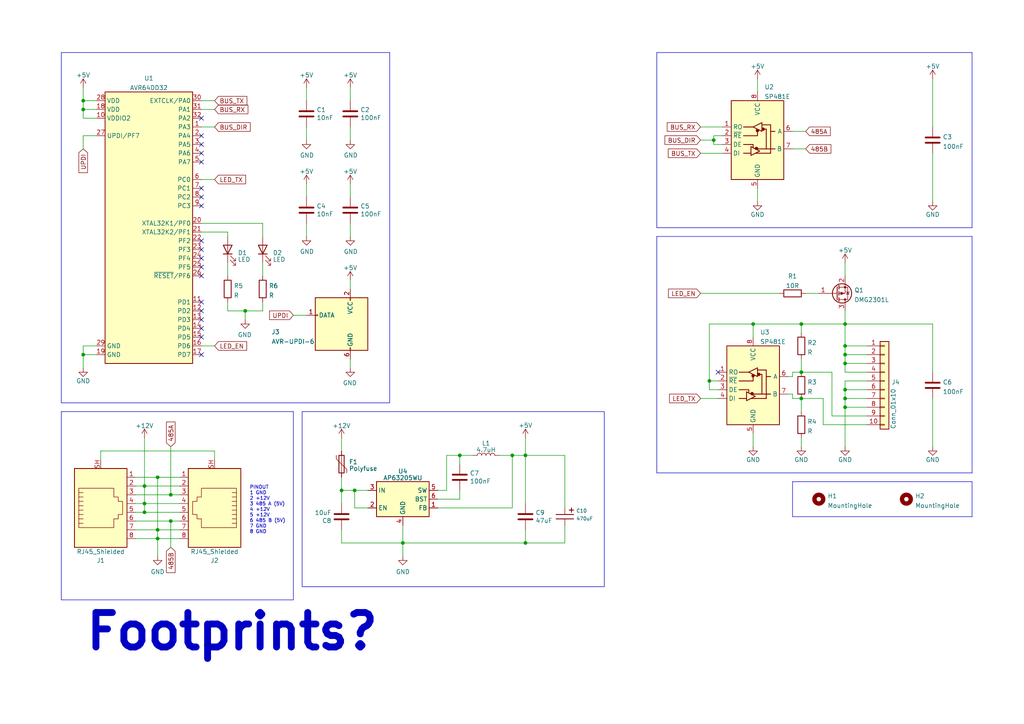
<source format=kicad_sch>
(kicad_sch (version 20230121) (generator eeschema)

  (uuid e63e39d7-6ac0-4ffd-8aa3-1841a4541b55)

  (paper "A4")

  (lib_symbols
    (symbol "Connector:AVR-UPDI-6" (pin_names (offset 1.016)) (in_bom yes) (on_board yes)
      (property "Reference" "J" (at -6.35 8.89 0)
        (effects (font (size 1.27 1.27)) (justify left))
      )
      (property "Value" "AVR-UPDI-6" (at 0 8.89 0)
        (effects (font (size 1.27 1.27)) (justify left))
      )
      (property "Footprint" "" (at -6.35 -1.27 90)
        (effects (font (size 1.27 1.27)) hide)
      )
      (property "Datasheet" "https://www.microchip.com/webdoc/GUID-9D10622A-5C16-4405-B092-1BDD437B4976/index.html?GUID-9B349315-2842-4189-B88C-49F4E1055D7F" (at -32.385 -13.97 0)
        (effects (font (size 1.27 1.27)) hide)
      )
      (property "ki_keywords" "AVR UPDI Connector" (at 0 0 0)
        (effects (font (size 1.27 1.27)) hide)
      )
      (property "ki_description" "Atmel 6-pin UPDI connector" (at 0 0 0)
        (effects (font (size 1.27 1.27)) hide)
      )
      (property "ki_fp_filters" "IDC?Header*2x03* Pin?Header*2x03*" (at 0 0 0)
        (effects (font (size 1.27 1.27)) hide)
      )
      (symbol "AVR-UPDI-6_0_1"
        (rectangle (start -2.667 -6.858) (end -2.413 -7.62)
          (stroke (width 0) (type default))
          (fill (type none))
        )
        (rectangle (start -2.667 7.62) (end -2.413 6.858)
          (stroke (width 0) (type default))
          (fill (type none))
        )
        (rectangle (start 7.62 2.667) (end 6.858 2.413)
          (stroke (width 0) (type default))
          (fill (type none))
        )
        (rectangle (start 7.62 7.62) (end -7.62 -7.62)
          (stroke (width 0.254) (type default))
          (fill (type background))
        )
      )
      (symbol "AVR-UPDI-6_1_1"
        (pin passive line (at 10.16 2.54 180) (length 2.54)
          (name "DATA" (effects (font (size 1.27 1.27))))
          (number "1" (effects (font (size 1.27 1.27))))
        )
        (pin passive line (at -2.54 10.16 270) (length 2.54)
          (name "VCC" (effects (font (size 1.27 1.27))))
          (number "2" (effects (font (size 1.27 1.27))))
        )
        (pin no_connect line (at 7.62 0 180) (length 2.54) hide
          (name "NC" (effects (font (size 1.27 1.27))))
          (number "3" (effects (font (size 1.27 1.27))))
        )
        (pin no_connect line (at 7.62 -2.54 180) (length 2.54) hide
          (name "NC" (effects (font (size 1.27 1.27))))
          (number "4" (effects (font (size 1.27 1.27))))
        )
        (pin no_connect line (at 7.62 -5.08 180) (length 2.54) hide
          (name "NC" (effects (font (size 1.27 1.27))))
          (number "5" (effects (font (size 1.27 1.27))))
        )
        (pin passive line (at -2.54 -10.16 90) (length 2.54)
          (name "GND" (effects (font (size 1.27 1.27))))
          (number "6" (effects (font (size 1.27 1.27))))
        )
      )
    )
    (symbol "Connector:RJ45_Shielded" (pin_names (offset 1.016)) (in_bom yes) (on_board yes)
      (property "Reference" "J" (at -5.08 13.97 0)
        (effects (font (size 1.27 1.27)) (justify right))
      )
      (property "Value" "RJ45_Shielded" (at 2.54 13.97 0)
        (effects (font (size 1.27 1.27)) (justify left))
      )
      (property "Footprint" "" (at 0 0.635 90)
        (effects (font (size 1.27 1.27)) hide)
      )
      (property "Datasheet" "~" (at 0 0.635 90)
        (effects (font (size 1.27 1.27)) hide)
      )
      (property "ki_keywords" "8P8C RJ jack socket connector" (at 0 0 0)
        (effects (font (size 1.27 1.27)) hide)
      )
      (property "ki_description" "RJ connector, 8P8C (8 positions 8 connected), Shielded" (at 0 0 0)
        (effects (font (size 1.27 1.27)) hide)
      )
      (property "ki_fp_filters" "8P8C* RJ31* RJ32* RJ33* RJ34* RJ35* RJ41* RJ45* RJ49* RJ61*" (at 0 0 0)
        (effects (font (size 1.27 1.27)) hide)
      )
      (symbol "RJ45_Shielded_0_1"
        (polyline
          (pts
            (xy -5.08 4.445)
            (xy -6.35 4.445)
          )
          (stroke (width 0) (type default))
          (fill (type none))
        )
        (polyline
          (pts
            (xy -5.08 5.715)
            (xy -6.35 5.715)
          )
          (stroke (width 0) (type default))
          (fill (type none))
        )
        (polyline
          (pts
            (xy -6.35 -3.175)
            (xy -5.08 -3.175)
            (xy -5.08 -3.175)
          )
          (stroke (width 0) (type default))
          (fill (type none))
        )
        (polyline
          (pts
            (xy -6.35 -1.905)
            (xy -5.08 -1.905)
            (xy -5.08 -1.905)
          )
          (stroke (width 0) (type default))
          (fill (type none))
        )
        (polyline
          (pts
            (xy -6.35 -0.635)
            (xy -5.08 -0.635)
            (xy -5.08 -0.635)
          )
          (stroke (width 0) (type default))
          (fill (type none))
        )
        (polyline
          (pts
            (xy -6.35 0.635)
            (xy -5.08 0.635)
            (xy -5.08 0.635)
          )
          (stroke (width 0) (type default))
          (fill (type none))
        )
        (polyline
          (pts
            (xy -6.35 1.905)
            (xy -5.08 1.905)
            (xy -5.08 1.905)
          )
          (stroke (width 0) (type default))
          (fill (type none))
        )
        (polyline
          (pts
            (xy -5.08 3.175)
            (xy -6.35 3.175)
            (xy -6.35 3.175)
          )
          (stroke (width 0) (type default))
          (fill (type none))
        )
        (polyline
          (pts
            (xy -6.35 -4.445)
            (xy -6.35 6.985)
            (xy 3.81 6.985)
            (xy 3.81 4.445)
            (xy 5.08 4.445)
            (xy 5.08 3.175)
            (xy 6.35 3.175)
            (xy 6.35 -0.635)
            (xy 5.08 -0.635)
            (xy 5.08 -1.905)
            (xy 3.81 -1.905)
            (xy 3.81 -4.445)
            (xy -6.35 -4.445)
            (xy -6.35 -4.445)
          )
          (stroke (width 0) (type default))
          (fill (type none))
        )
        (rectangle (start 7.62 12.7) (end -7.62 -10.16)
          (stroke (width 0.254) (type default))
          (fill (type background))
        )
      )
      (symbol "RJ45_Shielded_1_1"
        (pin passive line (at 10.16 -7.62 180) (length 2.54)
          (name "~" (effects (font (size 1.27 1.27))))
          (number "1" (effects (font (size 1.27 1.27))))
        )
        (pin passive line (at 10.16 -5.08 180) (length 2.54)
          (name "~" (effects (font (size 1.27 1.27))))
          (number "2" (effects (font (size 1.27 1.27))))
        )
        (pin passive line (at 10.16 -2.54 180) (length 2.54)
          (name "~" (effects (font (size 1.27 1.27))))
          (number "3" (effects (font (size 1.27 1.27))))
        )
        (pin passive line (at 10.16 0 180) (length 2.54)
          (name "~" (effects (font (size 1.27 1.27))))
          (number "4" (effects (font (size 1.27 1.27))))
        )
        (pin passive line (at 10.16 2.54 180) (length 2.54)
          (name "~" (effects (font (size 1.27 1.27))))
          (number "5" (effects (font (size 1.27 1.27))))
        )
        (pin passive line (at 10.16 5.08 180) (length 2.54)
          (name "~" (effects (font (size 1.27 1.27))))
          (number "6" (effects (font (size 1.27 1.27))))
        )
        (pin passive line (at 10.16 7.62 180) (length 2.54)
          (name "~" (effects (font (size 1.27 1.27))))
          (number "7" (effects (font (size 1.27 1.27))))
        )
        (pin passive line (at 10.16 10.16 180) (length 2.54)
          (name "~" (effects (font (size 1.27 1.27))))
          (number "8" (effects (font (size 1.27 1.27))))
        )
        (pin passive line (at 0 -12.7 90) (length 2.54)
          (name "~" (effects (font (size 1.27 1.27))))
          (number "SH" (effects (font (size 1.27 1.27))))
        )
      )
    )
    (symbol "Connector_Generic:Conn_01x10" (pin_names (offset 1.016) hide) (in_bom yes) (on_board yes)
      (property "Reference" "J" (at 0 12.7 0)
        (effects (font (size 1.27 1.27)))
      )
      (property "Value" "Conn_01x10" (at 0 -15.24 0)
        (effects (font (size 1.27 1.27)))
      )
      (property "Footprint" "" (at 0 0 0)
        (effects (font (size 1.27 1.27)) hide)
      )
      (property "Datasheet" "~" (at 0 0 0)
        (effects (font (size 1.27 1.27)) hide)
      )
      (property "ki_keywords" "connector" (at 0 0 0)
        (effects (font (size 1.27 1.27)) hide)
      )
      (property "ki_description" "Generic connector, single row, 01x10, script generated (kicad-library-utils/schlib/autogen/connector/)" (at 0 0 0)
        (effects (font (size 1.27 1.27)) hide)
      )
      (property "ki_fp_filters" "Connector*:*_1x??_*" (at 0 0 0)
        (effects (font (size 1.27 1.27)) hide)
      )
      (symbol "Conn_01x10_1_1"
        (rectangle (start -1.27 -12.573) (end 0 -12.827)
          (stroke (width 0.1524) (type default))
          (fill (type none))
        )
        (rectangle (start -1.27 -10.033) (end 0 -10.287)
          (stroke (width 0.1524) (type default))
          (fill (type none))
        )
        (rectangle (start -1.27 -7.493) (end 0 -7.747)
          (stroke (width 0.1524) (type default))
          (fill (type none))
        )
        (rectangle (start -1.27 -4.953) (end 0 -5.207)
          (stroke (width 0.1524) (type default))
          (fill (type none))
        )
        (rectangle (start -1.27 -2.413) (end 0 -2.667)
          (stroke (width 0.1524) (type default))
          (fill (type none))
        )
        (rectangle (start -1.27 0.127) (end 0 -0.127)
          (stroke (width 0.1524) (type default))
          (fill (type none))
        )
        (rectangle (start -1.27 2.667) (end 0 2.413)
          (stroke (width 0.1524) (type default))
          (fill (type none))
        )
        (rectangle (start -1.27 5.207) (end 0 4.953)
          (stroke (width 0.1524) (type default))
          (fill (type none))
        )
        (rectangle (start -1.27 7.747) (end 0 7.493)
          (stroke (width 0.1524) (type default))
          (fill (type none))
        )
        (rectangle (start -1.27 10.287) (end 0 10.033)
          (stroke (width 0.1524) (type default))
          (fill (type none))
        )
        (rectangle (start -1.27 11.43) (end 1.27 -13.97)
          (stroke (width 0.254) (type default))
          (fill (type background))
        )
        (pin passive line (at -5.08 10.16 0) (length 3.81)
          (name "Pin_1" (effects (font (size 1.27 1.27))))
          (number "1" (effects (font (size 1.27 1.27))))
        )
        (pin passive line (at -5.08 -12.7 0) (length 3.81)
          (name "Pin_10" (effects (font (size 1.27 1.27))))
          (number "10" (effects (font (size 1.27 1.27))))
        )
        (pin passive line (at -5.08 7.62 0) (length 3.81)
          (name "Pin_2" (effects (font (size 1.27 1.27))))
          (number "2" (effects (font (size 1.27 1.27))))
        )
        (pin passive line (at -5.08 5.08 0) (length 3.81)
          (name "Pin_3" (effects (font (size 1.27 1.27))))
          (number "3" (effects (font (size 1.27 1.27))))
        )
        (pin passive line (at -5.08 2.54 0) (length 3.81)
          (name "Pin_4" (effects (font (size 1.27 1.27))))
          (number "4" (effects (font (size 1.27 1.27))))
        )
        (pin passive line (at -5.08 0 0) (length 3.81)
          (name "Pin_5" (effects (font (size 1.27 1.27))))
          (number "5" (effects (font (size 1.27 1.27))))
        )
        (pin passive line (at -5.08 -2.54 0) (length 3.81)
          (name "Pin_6" (effects (font (size 1.27 1.27))))
          (number "6" (effects (font (size 1.27 1.27))))
        )
        (pin passive line (at -5.08 -5.08 0) (length 3.81)
          (name "Pin_7" (effects (font (size 1.27 1.27))))
          (number "7" (effects (font (size 1.27 1.27))))
        )
        (pin passive line (at -5.08 -7.62 0) (length 3.81)
          (name "Pin_8" (effects (font (size 1.27 1.27))))
          (number "8" (effects (font (size 1.27 1.27))))
        )
        (pin passive line (at -5.08 -10.16 0) (length 3.81)
          (name "Pin_9" (effects (font (size 1.27 1.27))))
          (number "9" (effects (font (size 1.27 1.27))))
        )
      )
    )
    (symbol "Device:C" (pin_numbers hide) (pin_names (offset 0.254)) (in_bom yes) (on_board yes)
      (property "Reference" "C" (at 0.635 2.54 0)
        (effects (font (size 1.27 1.27)) (justify left))
      )
      (property "Value" "C" (at 0.635 -2.54 0)
        (effects (font (size 1.27 1.27)) (justify left))
      )
      (property "Footprint" "" (at 0.9652 -3.81 0)
        (effects (font (size 1.27 1.27)) hide)
      )
      (property "Datasheet" "~" (at 0 0 0)
        (effects (font (size 1.27 1.27)) hide)
      )
      (property "ki_keywords" "cap capacitor" (at 0 0 0)
        (effects (font (size 1.27 1.27)) hide)
      )
      (property "ki_description" "Unpolarized capacitor" (at 0 0 0)
        (effects (font (size 1.27 1.27)) hide)
      )
      (property "ki_fp_filters" "C_*" (at 0 0 0)
        (effects (font (size 1.27 1.27)) hide)
      )
      (symbol "C_0_1"
        (polyline
          (pts
            (xy -2.032 -0.762)
            (xy 2.032 -0.762)
          )
          (stroke (width 0.508) (type default))
          (fill (type none))
        )
        (polyline
          (pts
            (xy -2.032 0.762)
            (xy 2.032 0.762)
          )
          (stroke (width 0.508) (type default))
          (fill (type none))
        )
      )
      (symbol "C_1_1"
        (pin passive line (at 0 3.81 270) (length 2.794)
          (name "~" (effects (font (size 1.27 1.27))))
          (number "1" (effects (font (size 1.27 1.27))))
        )
        (pin passive line (at 0 -3.81 90) (length 2.794)
          (name "~" (effects (font (size 1.27 1.27))))
          (number "2" (effects (font (size 1.27 1.27))))
        )
      )
    )
    (symbol "Device:L" (pin_numbers hide) (pin_names (offset 1.016) hide) (in_bom yes) (on_board yes)
      (property "Reference" "L" (at -1.27 0 90)
        (effects (font (size 1.27 1.27)))
      )
      (property "Value" "L" (at 1.905 0 90)
        (effects (font (size 1.27 1.27)))
      )
      (property "Footprint" "" (at 0 0 0)
        (effects (font (size 1.27 1.27)) hide)
      )
      (property "Datasheet" "~" (at 0 0 0)
        (effects (font (size 1.27 1.27)) hide)
      )
      (property "ki_keywords" "inductor choke coil reactor magnetic" (at 0 0 0)
        (effects (font (size 1.27 1.27)) hide)
      )
      (property "ki_description" "Inductor" (at 0 0 0)
        (effects (font (size 1.27 1.27)) hide)
      )
      (property "ki_fp_filters" "Choke_* *Coil* Inductor_* L_*" (at 0 0 0)
        (effects (font (size 1.27 1.27)) hide)
      )
      (symbol "L_0_1"
        (arc (start 0 -2.54) (mid 0.6323 -1.905) (end 0 -1.27)
          (stroke (width 0) (type default))
          (fill (type none))
        )
        (arc (start 0 -1.27) (mid 0.6323 -0.635) (end 0 0)
          (stroke (width 0) (type default))
          (fill (type none))
        )
        (arc (start 0 0) (mid 0.6323 0.635) (end 0 1.27)
          (stroke (width 0) (type default))
          (fill (type none))
        )
        (arc (start 0 1.27) (mid 0.6323 1.905) (end 0 2.54)
          (stroke (width 0) (type default))
          (fill (type none))
        )
      )
      (symbol "L_1_1"
        (pin passive line (at 0 3.81 270) (length 1.27)
          (name "1" (effects (font (size 1.27 1.27))))
          (number "1" (effects (font (size 1.27 1.27))))
        )
        (pin passive line (at 0 -3.81 90) (length 1.27)
          (name "2" (effects (font (size 1.27 1.27))))
          (number "2" (effects (font (size 1.27 1.27))))
        )
      )
    )
    (symbol "Device:LED" (pin_numbers hide) (pin_names (offset 1.016) hide) (in_bom yes) (on_board yes)
      (property "Reference" "D" (at 0 2.54 0)
        (effects (font (size 1.27 1.27)))
      )
      (property "Value" "LED" (at 0 -2.54 0)
        (effects (font (size 1.27 1.27)))
      )
      (property "Footprint" "" (at 0 0 0)
        (effects (font (size 1.27 1.27)) hide)
      )
      (property "Datasheet" "~" (at 0 0 0)
        (effects (font (size 1.27 1.27)) hide)
      )
      (property "ki_keywords" "LED diode" (at 0 0 0)
        (effects (font (size 1.27 1.27)) hide)
      )
      (property "ki_description" "Light emitting diode" (at 0 0 0)
        (effects (font (size 1.27 1.27)) hide)
      )
      (property "ki_fp_filters" "LED* LED_SMD:* LED_THT:*" (at 0 0 0)
        (effects (font (size 1.27 1.27)) hide)
      )
      (symbol "LED_0_1"
        (polyline
          (pts
            (xy -1.27 -1.27)
            (xy -1.27 1.27)
          )
          (stroke (width 0.254) (type default))
          (fill (type none))
        )
        (polyline
          (pts
            (xy -1.27 0)
            (xy 1.27 0)
          )
          (stroke (width 0) (type default))
          (fill (type none))
        )
        (polyline
          (pts
            (xy 1.27 -1.27)
            (xy 1.27 1.27)
            (xy -1.27 0)
            (xy 1.27 -1.27)
          )
          (stroke (width 0.254) (type default))
          (fill (type none))
        )
        (polyline
          (pts
            (xy -3.048 -0.762)
            (xy -4.572 -2.286)
            (xy -3.81 -2.286)
            (xy -4.572 -2.286)
            (xy -4.572 -1.524)
          )
          (stroke (width 0) (type default))
          (fill (type none))
        )
        (polyline
          (pts
            (xy -1.778 -0.762)
            (xy -3.302 -2.286)
            (xy -2.54 -2.286)
            (xy -3.302 -2.286)
            (xy -3.302 -1.524)
          )
          (stroke (width 0) (type default))
          (fill (type none))
        )
      )
      (symbol "LED_1_1"
        (pin passive line (at -3.81 0 0) (length 2.54)
          (name "K" (effects (font (size 1.27 1.27))))
          (number "1" (effects (font (size 1.27 1.27))))
        )
        (pin passive line (at 3.81 0 180) (length 2.54)
          (name "A" (effects (font (size 1.27 1.27))))
          (number "2" (effects (font (size 1.27 1.27))))
        )
      )
    )
    (symbol "Device:Polyfuse" (pin_numbers hide) (pin_names (offset 0)) (in_bom yes) (on_board yes)
      (property "Reference" "F" (at -2.54 0 90)
        (effects (font (size 1.27 1.27)))
      )
      (property "Value" "Polyfuse" (at 2.54 0 90)
        (effects (font (size 1.27 1.27)))
      )
      (property "Footprint" "" (at 1.27 -5.08 0)
        (effects (font (size 1.27 1.27)) (justify left) hide)
      )
      (property "Datasheet" "~" (at 0 0 0)
        (effects (font (size 1.27 1.27)) hide)
      )
      (property "ki_keywords" "resettable fuse PTC PPTC polyfuse polyswitch" (at 0 0 0)
        (effects (font (size 1.27 1.27)) hide)
      )
      (property "ki_description" "Resettable fuse, polymeric positive temperature coefficient" (at 0 0 0)
        (effects (font (size 1.27 1.27)) hide)
      )
      (property "ki_fp_filters" "*polyfuse* *PTC*" (at 0 0 0)
        (effects (font (size 1.27 1.27)) hide)
      )
      (symbol "Polyfuse_0_1"
        (rectangle (start -0.762 2.54) (end 0.762 -2.54)
          (stroke (width 0.254) (type default))
          (fill (type none))
        )
        (polyline
          (pts
            (xy 0 2.54)
            (xy 0 -2.54)
          )
          (stroke (width 0) (type default))
          (fill (type none))
        )
        (polyline
          (pts
            (xy -1.524 2.54)
            (xy -1.524 1.524)
            (xy 1.524 -1.524)
            (xy 1.524 -2.54)
          )
          (stroke (width 0) (type default))
          (fill (type none))
        )
      )
      (symbol "Polyfuse_1_1"
        (pin passive line (at 0 3.81 270) (length 1.27)
          (name "~" (effects (font (size 1.27 1.27))))
          (number "1" (effects (font (size 1.27 1.27))))
        )
        (pin passive line (at 0 -3.81 90) (length 1.27)
          (name "~" (effects (font (size 1.27 1.27))))
          (number "2" (effects (font (size 1.27 1.27))))
        )
      )
    )
    (symbol "Device:R" (pin_numbers hide) (pin_names (offset 0)) (in_bom yes) (on_board yes)
      (property "Reference" "R" (at 2.032 0 90)
        (effects (font (size 1.27 1.27)))
      )
      (property "Value" "R" (at 0 0 90)
        (effects (font (size 1.27 1.27)))
      )
      (property "Footprint" "" (at -1.778 0 90)
        (effects (font (size 1.27 1.27)) hide)
      )
      (property "Datasheet" "~" (at 0 0 0)
        (effects (font (size 1.27 1.27)) hide)
      )
      (property "ki_keywords" "R res resistor" (at 0 0 0)
        (effects (font (size 1.27 1.27)) hide)
      )
      (property "ki_description" "Resistor" (at 0 0 0)
        (effects (font (size 1.27 1.27)) hide)
      )
      (property "ki_fp_filters" "R_*" (at 0 0 0)
        (effects (font (size 1.27 1.27)) hide)
      )
      (symbol "R_0_1"
        (rectangle (start -1.016 -2.54) (end 1.016 2.54)
          (stroke (width 0.254) (type default))
          (fill (type none))
        )
      )
      (symbol "R_1_1"
        (pin passive line (at 0 3.81 270) (length 1.27)
          (name "~" (effects (font (size 1.27 1.27))))
          (number "1" (effects (font (size 1.27 1.27))))
        )
        (pin passive line (at 0 -3.81 90) (length 1.27)
          (name "~" (effects (font (size 1.27 1.27))))
          (number "2" (effects (font (size 1.27 1.27))))
        )
      )
    )
    (symbol "Mechanical:MountingHole" (pin_names (offset 1.016)) (in_bom yes) (on_board yes)
      (property "Reference" "H" (at 0 5.08 0)
        (effects (font (size 1.27 1.27)))
      )
      (property "Value" "MountingHole" (at 0 3.175 0)
        (effects (font (size 1.27 1.27)))
      )
      (property "Footprint" "" (at 0 0 0)
        (effects (font (size 1.27 1.27)) hide)
      )
      (property "Datasheet" "~" (at 0 0 0)
        (effects (font (size 1.27 1.27)) hide)
      )
      (property "ki_keywords" "mounting hole" (at 0 0 0)
        (effects (font (size 1.27 1.27)) hide)
      )
      (property "ki_description" "Mounting Hole without connection" (at 0 0 0)
        (effects (font (size 1.27 1.27)) hide)
      )
      (property "ki_fp_filters" "MountingHole*" (at 0 0 0)
        (effects (font (size 1.27 1.27)) hide)
      )
      (symbol "MountingHole_0_1"
        (circle (center 0 0) (radius 1.27)
          (stroke (width 1.27) (type default))
          (fill (type none))
        )
      )
    )
    (symbol "Regulator_Switching:AP63205WU" (in_bom yes) (on_board yes)
      (property "Reference" "U" (at -7.62 6.35 0)
        (effects (font (size 1.27 1.27)))
      )
      (property "Value" "AP63205WU" (at 2.54 6.35 0)
        (effects (font (size 1.27 1.27)))
      )
      (property "Footprint" "Package_TO_SOT_SMD:TSOT-23-6" (at 0 -22.86 0)
        (effects (font (size 1.27 1.27)) hide)
      )
      (property "Datasheet" "https://www.diodes.com/assets/Datasheets/AP63200-AP63201-AP63203-AP63205.pdf" (at 0 0 0)
        (effects (font (size 1.27 1.27)) hide)
      )
      (property "ki_keywords" "2A Buck DC/DC" (at 0 0 0)
        (effects (font (size 1.27 1.27)) hide)
      )
      (property "ki_description" "2A, 1.1MHz Buck DC/DC Converter, fixed 5.0V output voltage, TSOT-23-6" (at 0 0 0)
        (effects (font (size 1.27 1.27)) hide)
      )
      (property "ki_fp_filters" "TSOT?23*" (at 0 0 0)
        (effects (font (size 1.27 1.27)) hide)
      )
      (symbol "AP63205WU_0_1"
        (rectangle (start -7.62 5.08) (end 7.62 -5.08)
          (stroke (width 0.254) (type default))
          (fill (type background))
        )
      )
      (symbol "AP63205WU_1_1"
        (pin input line (at 10.16 -2.54 180) (length 2.54)
          (name "FB" (effects (font (size 1.27 1.27))))
          (number "1" (effects (font (size 1.27 1.27))))
        )
        (pin input line (at -10.16 -2.54 0) (length 2.54)
          (name "EN" (effects (font (size 1.27 1.27))))
          (number "2" (effects (font (size 1.27 1.27))))
        )
        (pin power_in line (at -10.16 2.54 0) (length 2.54)
          (name "IN" (effects (font (size 1.27 1.27))))
          (number "3" (effects (font (size 1.27 1.27))))
        )
        (pin power_in line (at 0 -7.62 90) (length 2.54)
          (name "GND" (effects (font (size 1.27 1.27))))
          (number "4" (effects (font (size 1.27 1.27))))
        )
        (pin output line (at 10.16 2.54 180) (length 2.54)
          (name "SW" (effects (font (size 1.27 1.27))))
          (number "5" (effects (font (size 1.27 1.27))))
        )
        (pin passive line (at 10.16 0 180) (length 2.54)
          (name "BST" (effects (font (size 1.27 1.27))))
          (number "6" (effects (font (size 1.27 1.27))))
        )
      )
    )
    (symbol "Transistor_FET:DMG2301L" (pin_names hide) (in_bom yes) (on_board yes)
      (property "Reference" "Q" (at 5.08 1.905 0)
        (effects (font (size 1.27 1.27)) (justify left))
      )
      (property "Value" "DMG2301L" (at 5.08 0 0)
        (effects (font (size 1.27 1.27)) (justify left))
      )
      (property "Footprint" "Package_TO_SOT_SMD:SOT-23" (at 5.08 -1.905 0)
        (effects (font (size 1.27 1.27) italic) (justify left) hide)
      )
      (property "Datasheet" "https://www.diodes.com/assets/Datasheets/DMG2301L.pdf" (at 0 0 0)
        (effects (font (size 1.27 1.27)) (justify left) hide)
      )
      (property "ki_keywords" "P-Channel MOSFET" (at 0 0 0)
        (effects (font (size 1.27 1.27)) hide)
      )
      (property "ki_description" "-3A Id, -20V Vds, P-Channel MOSFET, SOT-23" (at 0 0 0)
        (effects (font (size 1.27 1.27)) hide)
      )
      (property "ki_fp_filters" "SOT?23*" (at 0 0 0)
        (effects (font (size 1.27 1.27)) hide)
      )
      (symbol "DMG2301L_0_1"
        (polyline
          (pts
            (xy 0.254 0)
            (xy -2.54 0)
          )
          (stroke (width 0) (type default))
          (fill (type none))
        )
        (polyline
          (pts
            (xy 0.254 1.905)
            (xy 0.254 -1.905)
          )
          (stroke (width 0.254) (type default))
          (fill (type none))
        )
        (polyline
          (pts
            (xy 0.762 -1.27)
            (xy 0.762 -2.286)
          )
          (stroke (width 0.254) (type default))
          (fill (type none))
        )
        (polyline
          (pts
            (xy 0.762 0.508)
            (xy 0.762 -0.508)
          )
          (stroke (width 0.254) (type default))
          (fill (type none))
        )
        (polyline
          (pts
            (xy 0.762 2.286)
            (xy 0.762 1.27)
          )
          (stroke (width 0.254) (type default))
          (fill (type none))
        )
        (polyline
          (pts
            (xy 2.54 2.54)
            (xy 2.54 1.778)
          )
          (stroke (width 0) (type default))
          (fill (type none))
        )
        (polyline
          (pts
            (xy 2.54 -2.54)
            (xy 2.54 0)
            (xy 0.762 0)
          )
          (stroke (width 0) (type default))
          (fill (type none))
        )
        (polyline
          (pts
            (xy 0.762 1.778)
            (xy 3.302 1.778)
            (xy 3.302 -1.778)
            (xy 0.762 -1.778)
          )
          (stroke (width 0) (type default))
          (fill (type none))
        )
        (polyline
          (pts
            (xy 2.286 0)
            (xy 1.27 0.381)
            (xy 1.27 -0.381)
            (xy 2.286 0)
          )
          (stroke (width 0) (type default))
          (fill (type outline))
        )
        (polyline
          (pts
            (xy 2.794 -0.508)
            (xy 2.921 -0.381)
            (xy 3.683 -0.381)
            (xy 3.81 -0.254)
          )
          (stroke (width 0) (type default))
          (fill (type none))
        )
        (polyline
          (pts
            (xy 3.302 -0.381)
            (xy 2.921 0.254)
            (xy 3.683 0.254)
            (xy 3.302 -0.381)
          )
          (stroke (width 0) (type default))
          (fill (type none))
        )
        (circle (center 1.651 0) (radius 2.794)
          (stroke (width 0.254) (type default))
          (fill (type none))
        )
        (circle (center 2.54 -1.778) (radius 0.254)
          (stroke (width 0) (type default))
          (fill (type outline))
        )
        (circle (center 2.54 1.778) (radius 0.254)
          (stroke (width 0) (type default))
          (fill (type outline))
        )
      )
      (symbol "DMG2301L_1_1"
        (pin input line (at -5.08 0 0) (length 2.54)
          (name "G" (effects (font (size 1.27 1.27))))
          (number "1" (effects (font (size 1.27 1.27))))
        )
        (pin passive line (at 2.54 -5.08 90) (length 2.54)
          (name "S" (effects (font (size 1.27 1.27))))
          (number "2" (effects (font (size 1.27 1.27))))
        )
        (pin passive line (at 2.54 5.08 270) (length 2.54)
          (name "D" (effects (font (size 1.27 1.27))))
          (number "3" (effects (font (size 1.27 1.27))))
        )
      )
    )
    (symbol "kiu:AVR64DD32" (in_bom yes) (on_board yes)
      (property "Reference" "U" (at -12.7 -19.05 0)
        (effects (font (size 1.27 1.27)))
      )
      (property "Value" "AVR64DD32" (at 7.62 -19.05 0)
        (effects (font (size 1.27 1.27)))
      )
      (property "Footprint" "" (at 0 0 0)
        (effects (font (size 1.27 1.27)) hide)
      )
      (property "Datasheet" "" (at 0 0 0)
        (effects (font (size 1.27 1.27)) hide)
      )
      (symbol "AVR64DD32_0_1"
        (rectangle (start -12.7 -20.32) (end 12.7 -99.06)
          (stroke (width 0.254) (type default))
          (fill (type background))
        )
      )
      (symbol "AVR64DD32_1_1"
        (pin bidirectional line (at 15.24 -30.48 180) (length 2.54)
          (name "PA3" (effects (font (size 1.27 1.27))))
          (number "1" (effects (font (size 1.27 1.27))))
        )
        (pin power_in line (at -15.24 -27.94 0) (length 2.54)
          (name "VDDIO2" (effects (font (size 1.27 1.27))))
          (number "10" (effects (font (size 1.27 1.27))))
        )
        (pin bidirectional line (at 15.24 -81.28 180) (length 2.54)
          (name "PD1" (effects (font (size 1.27 1.27))))
          (number "11" (effects (font (size 1.27 1.27))))
        )
        (pin bidirectional line (at 15.24 -83.82 180) (length 2.54)
          (name "PD2" (effects (font (size 1.27 1.27))))
          (number "12" (effects (font (size 1.27 1.27))))
        )
        (pin bidirectional line (at 15.24 -86.36 180) (length 2.54)
          (name "PD3" (effects (font (size 1.27 1.27))))
          (number "13" (effects (font (size 1.27 1.27))))
        )
        (pin bidirectional line (at 15.24 -88.9 180) (length 2.54)
          (name "PD4" (effects (font (size 1.27 1.27))))
          (number "14" (effects (font (size 1.27 1.27))))
        )
        (pin bidirectional line (at 15.24 -91.44 180) (length 2.54)
          (name "PD5" (effects (font (size 1.27 1.27))))
          (number "15" (effects (font (size 1.27 1.27))))
        )
        (pin bidirectional line (at 15.24 -93.98 180) (length 2.54)
          (name "PD6" (effects (font (size 1.27 1.27))))
          (number "16" (effects (font (size 1.27 1.27))))
        )
        (pin bidirectional line (at 15.24 -96.52 180) (length 2.54)
          (name "PD7" (effects (font (size 1.27 1.27))))
          (number "17" (effects (font (size 1.27 1.27))))
        )
        (pin power_in line (at -15.24 -25.4 0) (length 2.54)
          (name "VDD" (effects (font (size 1.27 1.27))))
          (number "18" (effects (font (size 1.27 1.27))))
        )
        (pin power_in line (at -15.24 -96.52 0) (length 2.54)
          (name "GND" (effects (font (size 1.27 1.27))))
          (number "19" (effects (font (size 1.27 1.27))))
        )
        (pin bidirectional line (at 15.24 -33.02 180) (length 2.54)
          (name "PA4" (effects (font (size 1.27 1.27))))
          (number "2" (effects (font (size 1.27 1.27))))
        )
        (pin bidirectional line (at 15.24 -58.42 180) (length 2.54)
          (name "XTAL32K1/PF0" (effects (font (size 1.27 1.27))))
          (number "20" (effects (font (size 1.27 1.27))))
        )
        (pin bidirectional line (at 15.24 -60.96 180) (length 2.54)
          (name "XTAL32K2/PF1" (effects (font (size 1.27 1.27))))
          (number "21" (effects (font (size 1.27 1.27))))
        )
        (pin bidirectional line (at 15.24 -63.5 180) (length 2.54)
          (name "PF2" (effects (font (size 1.27 1.27))))
          (number "22" (effects (font (size 1.27 1.27))))
        )
        (pin bidirectional line (at 15.24 -66.04 180) (length 2.54)
          (name "PF3" (effects (font (size 1.27 1.27))))
          (number "23" (effects (font (size 1.27 1.27))))
        )
        (pin bidirectional line (at 15.24 -68.58 180) (length 2.54)
          (name "PF4" (effects (font (size 1.27 1.27))))
          (number "24" (effects (font (size 1.27 1.27))))
        )
        (pin bidirectional line (at 15.24 -71.12 180) (length 2.54)
          (name "PF5" (effects (font (size 1.27 1.27))))
          (number "25" (effects (font (size 1.27 1.27))))
        )
        (pin input line (at 15.24 -73.66 180) (length 2.54)
          (name "~{RESET}/PF6" (effects (font (size 1.27 1.27))))
          (number "26" (effects (font (size 1.27 1.27))))
        )
        (pin input line (at -15.24 -33.02 0) (length 2.54)
          (name "UPDI/PF7" (effects (font (size 1.27 1.27))))
          (number "27" (effects (font (size 1.27 1.27))))
        )
        (pin power_in line (at -15.24 -22.86 0) (length 2.54)
          (name "VDD" (effects (font (size 1.27 1.27))))
          (number "28" (effects (font (size 1.27 1.27))))
        )
        (pin power_in line (at -15.24 -93.98 0) (length 2.54)
          (name "GND" (effects (font (size 1.27 1.27))))
          (number "29" (effects (font (size 1.27 1.27))))
        )
        (pin bidirectional line (at 15.24 -35.56 180) (length 2.54)
          (name "PA5" (effects (font (size 1.27 1.27))))
          (number "3" (effects (font (size 1.27 1.27))))
        )
        (pin bidirectional line (at 15.24 -22.86 180) (length 2.54)
          (name "EXTCLK/PA0" (effects (font (size 1.27 1.27))))
          (number "30" (effects (font (size 1.27 1.27))))
        )
        (pin bidirectional line (at 15.24 -25.4 180) (length 2.54)
          (name "PA1" (effects (font (size 1.27 1.27))))
          (number "31" (effects (font (size 1.27 1.27))))
        )
        (pin bidirectional line (at 15.24 -27.94 180) (length 2.54)
          (name "PA2" (effects (font (size 1.27 1.27))))
          (number "32" (effects (font (size 1.27 1.27))))
        )
        (pin bidirectional line (at 15.24 -38.1 180) (length 2.54)
          (name "PA6" (effects (font (size 1.27 1.27))))
          (number "4" (effects (font (size 1.27 1.27))))
        )
        (pin bidirectional line (at 15.24 -40.64 180) (length 2.54)
          (name "PA7" (effects (font (size 1.27 1.27))))
          (number "5" (effects (font (size 1.27 1.27))))
        )
        (pin bidirectional line (at 15.24 -45.72 180) (length 2.54)
          (name "PC0" (effects (font (size 1.27 1.27))))
          (number "6" (effects (font (size 1.27 1.27))))
        )
        (pin bidirectional line (at 15.24 -48.26 180) (length 2.54)
          (name "PC1" (effects (font (size 1.27 1.27))))
          (number "7" (effects (font (size 1.27 1.27))))
        )
        (pin bidirectional line (at 15.24 -50.8 180) (length 2.54)
          (name "PC2" (effects (font (size 1.27 1.27))))
          (number "8" (effects (font (size 1.27 1.27))))
        )
        (pin bidirectional line (at 15.24 -53.34 180) (length 2.54)
          (name "PC3" (effects (font (size 1.27 1.27))))
          (number "9" (effects (font (size 1.27 1.27))))
        )
      )
    )
    (symbol "kiu:SP481E" (in_bom yes) (on_board yes)
      (property "Reference" "U" (at 3.81 12.7 0)
        (effects (font (size 1.27 1.27)))
      )
      (property "Value" "SP481E" (at 7.62 -12.7 0)
        (effects (font (size 1.27 1.27)) (justify right))
      )
      (property "Footprint" "" (at 0 0 0)
        (effects (font (size 1.27 1.27)) hide)
      )
      (property "Datasheet" "" (at 0 0 0)
        (effects (font (size 1.27 1.27)) hide)
      )
      (symbol "SP481E_0_1"
        (rectangle (start -7.62 11.43) (end 7.62 -11.43)
          (stroke (width 0.254) (type default))
          (fill (type background))
        )
        (circle (center -0.3048 -2.413) (radius 0.3556)
          (stroke (width 0.254) (type default))
          (fill (type outline))
        )
        (circle (center -0.0254 2.7686) (radius 0.3556)
          (stroke (width 0.254) (type default))
          (fill (type outline))
        )
        (polyline
          (pts
            (xy -4.064 -3.81)
            (xy -1.905 -3.81)
          )
          (stroke (width 0.254) (type default))
          (fill (type none))
        )
        (polyline
          (pts
            (xy -4.064 3.81)
            (xy -1.27 3.81)
          )
          (stroke (width 0.254) (type default))
          (fill (type none))
        )
        (polyline
          (pts
            (xy -1.27 -1.9304)
            (xy -1.27 -2.1844)
          )
          (stroke (width 0.254) (type default))
          (fill (type none))
        )
        (polyline
          (pts
            (xy -0.635 -3.81)
            (xy 3.81 -3.81)
          )
          (stroke (width 0.254) (type default))
          (fill (type none))
        )
        (polyline
          (pts
            (xy 1.27 3.175)
            (xy 2.54 3.175)
          )
          (stroke (width 0.254) (type default))
          (fill (type none))
        )
        (polyline
          (pts
            (xy 2.54 -2.54)
            (xy 5.08 -2.54)
          )
          (stroke (width 0.254) (type default))
          (fill (type none))
        )
        (polyline
          (pts
            (xy 3.81 2.54)
            (xy 5.08 2.54)
          )
          (stroke (width 0.254) (type default))
          (fill (type none))
        )
        (polyline
          (pts
            (xy -4.064 -1.27)
            (xy -1.27 -1.27)
            (xy -1.27 -1.905)
          )
          (stroke (width 0.254) (type default))
          (fill (type none))
        )
        (polyline
          (pts
            (xy 0 2.54)
            (xy 0 1.27)
            (xy -4.064 1.27)
          )
          (stroke (width 0.254) (type default))
          (fill (type none))
        )
        (polyline
          (pts
            (xy 1.27 4.445)
            (xy 3.81 4.445)
            (xy 3.81 -3.81)
          )
          (stroke (width 0.254) (type default))
          (fill (type none))
        )
        (polyline
          (pts
            (xy 2.54 3.175)
            (xy 2.54 -2.54)
            (xy 0 -2.54)
          )
          (stroke (width 0.254) (type default))
          (fill (type none))
        )
        (polyline
          (pts
            (xy -1.905 -1.905)
            (xy -1.905 -4.445)
            (xy 0.635 -3.175)
            (xy -1.905 -1.905)
          )
          (stroke (width 0.254) (type default))
          (fill (type none))
        )
        (polyline
          (pts
            (xy -1.27 3.81)
            (xy 1.27 5.08)
            (xy 1.27 2.54)
            (xy -1.27 3.81)
          )
          (stroke (width 0.254) (type default))
          (fill (type none))
        )
        (rectangle (start 1.27 4.445) (end 1.27 4.445)
          (stroke (width 0) (type default))
          (fill (type none))
        )
        (circle (center 1.651 3.175) (radius 0.3556)
          (stroke (width 0.254) (type default))
          (fill (type outline))
        )
      )
      (symbol "SP481E_1_1"
        (pin output line (at -10.16 3.81 0) (length 2.54)
          (name "RO" (effects (font (size 1.27 1.27))))
          (number "1" (effects (font (size 1.27 1.27))))
        )
        (pin input line (at -10.16 1.27 0) (length 2.54)
          (name "~{RE}" (effects (font (size 1.27 1.27))))
          (number "2" (effects (font (size 1.27 1.27))))
        )
        (pin input line (at -10.16 -1.27 0) (length 2.54)
          (name "DE" (effects (font (size 1.27 1.27))))
          (number "3" (effects (font (size 1.27 1.27))))
        )
        (pin input line (at -10.16 -3.81 0) (length 2.54)
          (name "DI" (effects (font (size 1.27 1.27))))
          (number "4" (effects (font (size 1.27 1.27))))
        )
        (pin power_in line (at 0 -13.97 90) (length 2.54)
          (name "GND" (effects (font (size 1.27 1.27))))
          (number "5" (effects (font (size 1.27 1.27))))
        )
        (pin bidirectional line (at 10.16 2.54 180) (length 2.54)
          (name "A" (effects (font (size 1.27 1.27))))
          (number "6" (effects (font (size 1.27 1.27))))
        )
        (pin bidirectional line (at 10.16 -2.54 180) (length 2.54)
          (name "B" (effects (font (size 1.27 1.27))))
          (number "7" (effects (font (size 1.27 1.27))))
        )
        (pin power_in line (at 0 13.97 270) (length 2.54)
          (name "VCC" (effects (font (size 1.27 1.27))))
          (number "8" (effects (font (size 1.27 1.27))))
        )
      )
    )
    (symbol "power:+12V" (power) (pin_names (offset 0)) (in_bom yes) (on_board yes)
      (property "Reference" "#PWR" (at 0 -3.81 0)
        (effects (font (size 1.27 1.27)) hide)
      )
      (property "Value" "+12V" (at 0 3.556 0)
        (effects (font (size 1.27 1.27)))
      )
      (property "Footprint" "" (at 0 0 0)
        (effects (font (size 1.27 1.27)) hide)
      )
      (property "Datasheet" "" (at 0 0 0)
        (effects (font (size 1.27 1.27)) hide)
      )
      (property "ki_keywords" "global power" (at 0 0 0)
        (effects (font (size 1.27 1.27)) hide)
      )
      (property "ki_description" "Power symbol creates a global label with name \"+12V\"" (at 0 0 0)
        (effects (font (size 1.27 1.27)) hide)
      )
      (symbol "+12V_0_1"
        (polyline
          (pts
            (xy -0.762 1.27)
            (xy 0 2.54)
          )
          (stroke (width 0) (type default))
          (fill (type none))
        )
        (polyline
          (pts
            (xy 0 0)
            (xy 0 2.54)
          )
          (stroke (width 0) (type default))
          (fill (type none))
        )
        (polyline
          (pts
            (xy 0 2.54)
            (xy 0.762 1.27)
          )
          (stroke (width 0) (type default))
          (fill (type none))
        )
      )
      (symbol "+12V_1_1"
        (pin power_in line (at 0 0 90) (length 0) hide
          (name "+12V" (effects (font (size 1.27 1.27))))
          (number "1" (effects (font (size 1.27 1.27))))
        )
      )
    )
    (symbol "power:+5V" (power) (pin_names (offset 0)) (in_bom yes) (on_board yes)
      (property "Reference" "#PWR" (at 0 -3.81 0)
        (effects (font (size 1.27 1.27)) hide)
      )
      (property "Value" "+5V" (at 0 3.556 0)
        (effects (font (size 1.27 1.27)))
      )
      (property "Footprint" "" (at 0 0 0)
        (effects (font (size 1.27 1.27)) hide)
      )
      (property "Datasheet" "" (at 0 0 0)
        (effects (font (size 1.27 1.27)) hide)
      )
      (property "ki_keywords" "global power" (at 0 0 0)
        (effects (font (size 1.27 1.27)) hide)
      )
      (property "ki_description" "Power symbol creates a global label with name \"+5V\"" (at 0 0 0)
        (effects (font (size 1.27 1.27)) hide)
      )
      (symbol "+5V_0_1"
        (polyline
          (pts
            (xy -0.762 1.27)
            (xy 0 2.54)
          )
          (stroke (width 0) (type default))
          (fill (type none))
        )
        (polyline
          (pts
            (xy 0 0)
            (xy 0 2.54)
          )
          (stroke (width 0) (type default))
          (fill (type none))
        )
        (polyline
          (pts
            (xy 0 2.54)
            (xy 0.762 1.27)
          )
          (stroke (width 0) (type default))
          (fill (type none))
        )
      )
      (symbol "+5V_1_1"
        (pin power_in line (at 0 0 90) (length 0) hide
          (name "+5V" (effects (font (size 1.27 1.27))))
          (number "1" (effects (font (size 1.27 1.27))))
        )
      )
    )
    (symbol "power:GND" (power) (pin_names (offset 0)) (in_bom yes) (on_board yes)
      (property "Reference" "#PWR" (at 0 -6.35 0)
        (effects (font (size 1.27 1.27)) hide)
      )
      (property "Value" "GND" (at 0 -3.81 0)
        (effects (font (size 1.27 1.27)))
      )
      (property "Footprint" "" (at 0 0 0)
        (effects (font (size 1.27 1.27)) hide)
      )
      (property "Datasheet" "" (at 0 0 0)
        (effects (font (size 1.27 1.27)) hide)
      )
      (property "ki_keywords" "global power" (at 0 0 0)
        (effects (font (size 1.27 1.27)) hide)
      )
      (property "ki_description" "Power symbol creates a global label with name \"GND\" , ground" (at 0 0 0)
        (effects (font (size 1.27 1.27)) hide)
      )
      (symbol "GND_0_1"
        (polyline
          (pts
            (xy 0 0)
            (xy 0 -1.27)
            (xy 1.27 -1.27)
            (xy 0 -2.54)
            (xy -1.27 -1.27)
            (xy 0 -1.27)
          )
          (stroke (width 0) (type default))
          (fill (type none))
        )
      )
      (symbol "GND_1_1"
        (pin power_in line (at 0 0 270) (length 0) hide
          (name "GND" (effects (font (size 1.27 1.27))))
          (number "1" (effects (font (size 1.27 1.27))))
        )
      )
    )
    (symbol "suf:CP" (pin_numbers hide) (pin_names (offset 1.016)) (in_bom yes) (on_board yes)
      (property "Reference" "C" (at 0 -3.81 0)
        (effects (font (size 1.016 1.016)))
      )
      (property "Value" "CP" (at 0 3.81 0)
        (effects (font (size 1.016 1.016)))
      )
      (property "Footprint" "" (at 0 0 0)
        (effects (font (size 1.524 1.524)))
      )
      (property "Datasheet" "" (at 0 0 0)
        (effects (font (size 1.524 1.524)))
      )
      (symbol "CP_0_1"
        (polyline
          (pts
            (xy -2.54 1.905)
            (xy -1.27 1.905)
            (xy -1.27 1.905)
          )
          (stroke (width 0.254) (type default))
          (fill (type outline))
        )
        (polyline
          (pts
            (xy -1.905 2.54)
            (xy -1.905 1.27)
            (xy -1.905 1.27)
          )
          (stroke (width 0.254) (type default))
          (fill (type outline))
        )
        (polyline
          (pts
            (xy 0.635 -2.54)
            (xy 0.635 2.54)
            (xy 0.635 2.54)
          )
          (stroke (width 0.254) (type default))
          (fill (type outline))
        )
        (polyline
          (pts
            (xy -0.635 2.54)
            (xy -0.635 -2.54)
            (xy -0.635 -2.54)
            (xy -0.635 -2.54)
          )
          (stroke (width 0.254) (type default))
          (fill (type outline))
        )
      )
      (symbol "CP_1_1"
        (pin input line (at -2.54 0 0) (length 1.905)
          (name "~" (effects (font (size 1.27 1.27))))
          (number "1" (effects (font (size 1.27 1.27))))
        )
        (pin input line (at 2.54 0 180) (length 1.905)
          (name "~" (effects (font (size 1.27 1.27))))
          (number "2" (effects (font (size 1.27 1.27))))
        )
      )
    )
  )

  (junction (at 49.53 143.51) (diameter 0) (color 0 0 0 0)
    (uuid 0d3137a4-44a4-42d3-b334-69c1234049ee)
  )
  (junction (at 148.59 132.08) (diameter 0) (color 0 0 0 0)
    (uuid 0d916742-a065-4403-9c2e-003359e14081)
  )
  (junction (at 24.13 31.75) (diameter 0) (color 0 0 0 0)
    (uuid 2387d6cb-be7c-4b05-a880-c9ba65f91b44)
  )
  (junction (at 245.11 100.33) (diameter 0) (color 0 0 0 0)
    (uuid 245d5ca0-8a3d-4467-bfe8-72b413c41e1c)
  )
  (junction (at 99.06 142.24) (diameter 0) (color 0 0 0 0)
    (uuid 2cd4ad4e-62ee-4339-bea3-a1d3a28c6bb4)
  )
  (junction (at 218.44 93.98) (diameter 0) (color 0 0 0 0)
    (uuid 3aca5638-d36f-433f-8313-be643d4fd82f)
  )
  (junction (at 133.35 132.08) (diameter 0) (color 0 0 0 0)
    (uuid 3e221750-2ec6-4598-9414-698ded370275)
  )
  (junction (at 41.91 146.05) (diameter 0) (color 0 0 0 0)
    (uuid 47258bce-14e8-426d-808e-78d959ae01ea)
  )
  (junction (at 45.72 156.21) (diameter 0) (color 0 0 0 0)
    (uuid 4dea78e9-fe16-4455-9116-7d95b3ebf788)
  )
  (junction (at 207.01 40.64) (diameter 0) (color 0 0 0 0)
    (uuid 4e2a02eb-1fda-4880-b78c-67749feb9015)
  )
  (junction (at 71.12 90.17) (diameter 0) (color 0 0 0 0)
    (uuid 4e2cee48-6b47-4395-a514-cfefe17f987f)
  )
  (junction (at 24.13 102.87) (diameter 0) (color 0 0 0 0)
    (uuid 5a2c8042-d8c7-4384-b144-b6739048854a)
  )
  (junction (at 24.13 29.21) (diameter 0) (color 0 0 0 0)
    (uuid 5cb16bbb-f11a-4121-8c91-b548e1b69ab0)
  )
  (junction (at 245.11 102.87) (diameter 0) (color 0 0 0 0)
    (uuid 61d13cee-4f2e-474a-83cd-b170ceb0626e)
  )
  (junction (at 45.72 153.67) (diameter 0) (color 0 0 0 0)
    (uuid 6860606d-84f5-4e52-b038-31d65171736f)
  )
  (junction (at 245.11 118.11) (diameter 0) (color 0 0 0 0)
    (uuid 723f671a-3ad1-475a-a732-0558a301e95f)
  )
  (junction (at 205.74 110.49) (diameter 0) (color 0 0 0 0)
    (uuid 7542a258-ac7a-454f-bd8a-5432ce275c68)
  )
  (junction (at 41.91 140.97) (diameter 0) (color 0 0 0 0)
    (uuid 811c6c75-a135-4d07-8a48-fb7ea2fdc989)
  )
  (junction (at 41.91 148.59) (diameter 0) (color 0 0 0 0)
    (uuid 8751ce08-fc21-4b31-b07e-b4926d8d0b2f)
  )
  (junction (at 245.11 113.03) (diameter 0) (color 0 0 0 0)
    (uuid 8e3171b9-17ec-4cd9-b7db-b641ea0ec6b6)
  )
  (junction (at 245.11 93.98) (diameter 0) (color 0 0 0 0)
    (uuid 906f81ce-c4f2-4b16-823d-c16ee25582a4)
  )
  (junction (at 152.4 157.48) (diameter 0) (color 0 0 0 0)
    (uuid 933a7462-5139-44db-8262-50cf21cc5fbc)
  )
  (junction (at 232.41 115.57) (diameter 0) (color 0 0 0 0)
    (uuid 99c93431-f446-46fc-84ee-d3f6ca772eda)
  )
  (junction (at 232.41 93.98) (diameter 0) (color 0 0 0 0)
    (uuid 99d717da-3af8-4116-ae17-f1ca30768ef5)
  )
  (junction (at 245.11 115.57) (diameter 0) (color 0 0 0 0)
    (uuid abc6ec6d-0135-4b01-8924-d4e17e5636e2)
  )
  (junction (at 232.41 107.95) (diameter 0) (color 0 0 0 0)
    (uuid b0ae0e8b-9ec1-4287-9a62-d716da6133d3)
  )
  (junction (at 152.4 132.08) (diameter 0) (color 0 0 0 0)
    (uuid bc4b5db1-7a9f-40a9-bc77-5b05c8c2ca0d)
  )
  (junction (at 245.11 105.41) (diameter 0) (color 0 0 0 0)
    (uuid bca3f06c-4493-484f-b5c2-48437b3371ee)
  )
  (junction (at 49.53 151.13) (diameter 0) (color 0 0 0 0)
    (uuid e261feb2-0bca-466e-aa5f-df4637c7628d)
  )
  (junction (at 45.72 138.43) (diameter 0) (color 0 0 0 0)
    (uuid ecc7ac78-8446-4f3c-9f98-b29634345345)
  )
  (junction (at 116.84 157.48) (diameter 0) (color 0 0 0 0)
    (uuid f32ccb67-3c62-4790-91b4-6971c91a81c4)
  )
  (junction (at 102.87 142.24) (diameter 0) (color 0 0 0 0)
    (uuid f9c1f9c9-7025-4f9f-b70a-ec67ad990f2c)
  )

  (no_connect (at 58.42 80.01) (uuid 07c1a101-695b-4469-95e1-1934f6365176))
  (no_connect (at 58.42 59.69) (uuid 18c8dbbe-a23c-4840-b42b-65c4dc4d020b))
  (no_connect (at 58.42 92.71) (uuid 2cee2e03-8ea5-4c27-bea2-75fd7ef1687b))
  (no_connect (at 58.42 95.25) (uuid 2cee2e03-8ea5-4c27-bea2-75fd7ef1687c))
  (no_connect (at 58.42 97.79) (uuid 2cee2e03-8ea5-4c27-bea2-75fd7ef1687d))
  (no_connect (at 58.42 102.87) (uuid 2cee2e03-8ea5-4c27-bea2-75fd7ef1687e))
  (no_connect (at 58.42 90.17) (uuid 2cee2e03-8ea5-4c27-bea2-75fd7ef1687f))
  (no_connect (at 58.42 77.47) (uuid 2cee2e03-8ea5-4c27-bea2-75fd7ef16880))
  (no_connect (at 58.42 69.85) (uuid 2cee2e03-8ea5-4c27-bea2-75fd7ef16882))
  (no_connect (at 58.42 74.93) (uuid 2cee2e03-8ea5-4c27-bea2-75fd7ef16883))
  (no_connect (at 58.42 87.63) (uuid 2cee2e03-8ea5-4c27-bea2-75fd7ef16885))
  (no_connect (at 58.42 72.39) (uuid 2cee2e03-8ea5-4c27-bea2-75fd7ef16886))
  (no_connect (at 58.42 46.99) (uuid 2cee2e03-8ea5-4c27-bea2-75fd7ef16887))
  (no_connect (at 58.42 44.45) (uuid 2cee2e03-8ea5-4c27-bea2-75fd7ef16889))
  (no_connect (at 58.42 41.91) (uuid 2cee2e03-8ea5-4c27-bea2-75fd7ef1688a))
  (no_connect (at 58.42 39.37) (uuid 2cee2e03-8ea5-4c27-bea2-75fd7ef1688b))
  (no_connect (at 58.42 54.61) (uuid 730dfd31-36ac-4655-803d-493e881e66c5))
  (no_connect (at 58.42 57.15) (uuid 88ba7304-cdc0-4ed7-a00c-7985a6c4a93e))
  (no_connect (at 58.42 34.29) (uuid 8fba1cea-5046-41b6-b503-7ee72b1eb4af))
  (no_connect (at 208.28 107.95) (uuid fdb95697-236e-45ad-bd33-72f87e154450))

  (wire (pts (xy 45.72 138.43) (xy 52.07 138.43))
    (stroke (width 0) (type default))
    (uuid 00995fd2-315c-4fb7-b0d7-c7fc97a14352)
  )
  (wire (pts (xy 88.9 25.4) (xy 88.9 29.21))
    (stroke (width 0) (type default))
    (uuid 01133677-f2ab-4e5a-b884-52195507f69e)
  )
  (wire (pts (xy 101.6 36.83) (xy 101.6 40.64))
    (stroke (width 0) (type default))
    (uuid 039b7c37-f901-4b62-95ee-5eb173cc1aae)
  )
  (wire (pts (xy 245.11 105.41) (xy 245.11 107.95))
    (stroke (width 0) (type default))
    (uuid 0595a04f-7477-4b42-9542-5d6e7a468e5a)
  )
  (polyline (pts (xy 190.5 15.24) (xy 190.5 66.04))
    (stroke (width 0) (type default))
    (uuid 05a63063-d767-475d-92fb-6e88c4fcab57)
  )

  (wire (pts (xy 88.9 64.77) (xy 88.9 68.58))
    (stroke (width 0) (type default))
    (uuid 05ff5b64-6baa-404d-a50c-13555bd45ac1)
  )
  (wire (pts (xy 241.3 107.95) (xy 241.3 120.65))
    (stroke (width 0) (type default))
    (uuid 0a491405-39b9-442a-bc80-8dbd98e7b096)
  )
  (polyline (pts (xy 281.94 149.86) (xy 281.94 139.7))
    (stroke (width 0) (type default))
    (uuid 0ce3f431-f2f6-4b39-a635-a3cb8101c61a)
  )

  (wire (pts (xy 232.41 127) (xy 232.41 129.54))
    (stroke (width 0) (type default))
    (uuid 0f968a3e-60c2-43a8-9603-d53e972bc66b)
  )
  (wire (pts (xy 102.87 147.32) (xy 102.87 142.24))
    (stroke (width 0) (type default))
    (uuid 1018551f-bbc7-41c8-8886-d20ee36f57b9)
  )
  (wire (pts (xy 148.59 132.08) (xy 152.4 132.08))
    (stroke (width 0) (type default))
    (uuid 103b9264-e621-441c-949a-4a5b961af6c8)
  )
  (wire (pts (xy 41.91 146.05) (xy 52.07 146.05))
    (stroke (width 0) (type default))
    (uuid 10943ef2-35e2-4375-ad96-720b278df5e2)
  )
  (wire (pts (xy 133.35 132.08) (xy 137.16 132.08))
    (stroke (width 0) (type default))
    (uuid 126342cf-fa2c-40a2-a276-02f35bd8e370)
  )
  (wire (pts (xy 245.11 100.33) (xy 245.11 102.87))
    (stroke (width 0) (type default))
    (uuid 126bb32d-88df-4efe-a752-e5e2f11f288b)
  )
  (wire (pts (xy 232.41 107.95) (xy 241.3 107.95))
    (stroke (width 0) (type default))
    (uuid 13a43682-2acb-4afd-abed-12d02fe09afb)
  )
  (wire (pts (xy 232.41 104.14) (xy 232.41 107.95))
    (stroke (width 0) (type default))
    (uuid 13ae8662-81b9-4e31-8752-a0ffb3b21f1b)
  )
  (polyline (pts (xy 229.87 139.7) (xy 229.87 149.86))
    (stroke (width 0) (type default))
    (uuid 14878aa3-f7e5-4e5a-86c9-c763b6e91692)
  )

  (wire (pts (xy 245.11 118.11) (xy 251.46 118.11))
    (stroke (width 0) (type default))
    (uuid 1495ec5f-ec1e-46aa-8dff-10c6afc65f84)
  )
  (wire (pts (xy 163.83 132.08) (xy 152.4 132.08))
    (stroke (width 0) (type default))
    (uuid 14bf8e5e-b080-435b-b2c0-8333e1116cee)
  )
  (wire (pts (xy 24.13 39.37) (xy 24.13 43.18))
    (stroke (width 0) (type default))
    (uuid 14ffcdfb-d594-4955-804d-c08b804c7641)
  )
  (wire (pts (xy 205.74 93.98) (xy 218.44 93.98))
    (stroke (width 0) (type default))
    (uuid 1673dde4-86dc-4978-8e71-85106751da67)
  )
  (wire (pts (xy 99.06 157.48) (xy 116.84 157.48))
    (stroke (width 0) (type default))
    (uuid 17ae9e78-ef24-4205-93ac-86a80889131a)
  )
  (wire (pts (xy 203.2 40.64) (xy 207.01 40.64))
    (stroke (width 0) (type default))
    (uuid 1aef6ba8-fca2-47d7-91f4-35c2cbe6a4b9)
  )
  (wire (pts (xy 24.13 100.33) (xy 24.13 102.87))
    (stroke (width 0) (type default))
    (uuid 1b0b14d0-0d02-4aa0-be89-c9e6ffdb7a74)
  )
  (wire (pts (xy 39.37 153.67) (xy 45.72 153.67))
    (stroke (width 0) (type default))
    (uuid 1cd06ea9-2e0a-4308-a89a-cdd4253d635d)
  )
  (wire (pts (xy 218.44 93.98) (xy 218.44 97.79))
    (stroke (width 0) (type default))
    (uuid 1e13d6b0-17d8-4f6b-92bc-eb021880cd51)
  )
  (polyline (pts (xy 281.94 15.24) (xy 281.94 66.04))
    (stroke (width 0) (type default))
    (uuid 1f37e82e-7de1-4b53-a54a-afcf33c0deee)
  )

  (wire (pts (xy 245.11 113.03) (xy 245.11 115.57))
    (stroke (width 0) (type default))
    (uuid 2046cb35-ff16-4f40-8a70-6a3a1cdc0c9d)
  )
  (wire (pts (xy 270.51 93.98) (xy 270.51 107.95))
    (stroke (width 0) (type default))
    (uuid 215dd3b1-c297-4f9b-ab39-41c91ed3cc47)
  )
  (wire (pts (xy 133.35 144.78) (xy 133.35 142.24))
    (stroke (width 0) (type default))
    (uuid 2263bb5b-7081-4060-a60c-f0252578ed91)
  )
  (wire (pts (xy 232.41 115.57) (xy 238.76 115.57))
    (stroke (width 0) (type default))
    (uuid 2604de0b-4863-427d-ae66-515793f5488e)
  )
  (wire (pts (xy 71.12 90.17) (xy 71.12 92.71))
    (stroke (width 0) (type default))
    (uuid 263f931a-47c0-4d91-aa2c-e2184a700b96)
  )
  (wire (pts (xy 218.44 125.73) (xy 218.44 129.54))
    (stroke (width 0) (type default))
    (uuid 272dfa38-7418-4280-aa0e-f368ae116ac7)
  )
  (wire (pts (xy 39.37 143.51) (xy 49.53 143.51))
    (stroke (width 0) (type default))
    (uuid 2d3573c1-18b8-4ec2-9ce9-bea043ed0d8d)
  )
  (wire (pts (xy 218.44 93.98) (xy 232.41 93.98))
    (stroke (width 0) (type default))
    (uuid 2ecd354f-4be2-4928-8808-75fd945543a6)
  )
  (wire (pts (xy 133.35 132.08) (xy 133.35 134.62))
    (stroke (width 0) (type default))
    (uuid 2ed26513-e919-4a46-b74b-15caf5911784)
  )
  (wire (pts (xy 45.72 153.67) (xy 45.72 156.21))
    (stroke (width 0) (type default))
    (uuid 31292357-f927-48af-af99-abb754dad2d4)
  )
  (polyline (pts (xy 229.87 139.7) (xy 281.94 139.7))
    (stroke (width 0) (type default))
    (uuid 325f22b0-b331-4d4b-8098-8cad32afc7b7)
  )

  (wire (pts (xy 203.2 115.57) (xy 208.28 115.57))
    (stroke (width 0) (type default))
    (uuid 329a3d9e-7cf6-4738-bfe5-87c04e3213d2)
  )
  (wire (pts (xy 102.87 147.32) (xy 106.68 147.32))
    (stroke (width 0) (type default))
    (uuid 3309d1d2-d7f4-4b34-8c30-a8c6f7902257)
  )
  (wire (pts (xy 245.11 118.11) (xy 245.11 129.54))
    (stroke (width 0) (type default))
    (uuid 33710415-cb47-4b83-93ec-c87642c0cb4c)
  )
  (wire (pts (xy 24.13 31.75) (xy 24.13 29.21))
    (stroke (width 0) (type default))
    (uuid 348d49b9-ccec-425b-9696-13d952113a67)
  )
  (wire (pts (xy 49.53 129.54) (xy 49.53 143.51))
    (stroke (width 0) (type default))
    (uuid 36f3173f-7be4-4161-9e5f-79d99e7480e8)
  )
  (wire (pts (xy 208.28 110.49) (xy 205.74 110.49))
    (stroke (width 0) (type default))
    (uuid 380a9cf5-5386-4050-8ca0-7102c612bd31)
  )
  (polyline (pts (xy 17.78 119.38) (xy 17.78 173.99))
    (stroke (width 0) (type default))
    (uuid 38dc56ca-4146-41b8-8aec-bd09506b5df9)
  )

  (wire (pts (xy 129.54 132.08) (xy 133.35 132.08))
    (stroke (width 0) (type default))
    (uuid 390f9cc7-f032-4702-8753-2d664ae2d8cd)
  )
  (wire (pts (xy 62.23 133.35) (xy 62.23 130.81))
    (stroke (width 0) (type default))
    (uuid 397bdf86-6390-485f-85a5-d9dc67e91aec)
  )
  (wire (pts (xy 152.4 153.67) (xy 152.4 157.48))
    (stroke (width 0) (type default))
    (uuid 3aa60cab-1963-4bb3-baf5-ba829937ed88)
  )
  (wire (pts (xy 27.94 31.75) (xy 24.13 31.75))
    (stroke (width 0) (type default))
    (uuid 3abdca6f-71dc-4563-b36d-bbfefb7abecf)
  )
  (wire (pts (xy 45.72 153.67) (xy 52.07 153.67))
    (stroke (width 0) (type default))
    (uuid 3cd7c5a0-dd3e-45e0-af9f-5fe7e10fd13b)
  )
  (wire (pts (xy 102.87 142.24) (xy 106.68 142.24))
    (stroke (width 0) (type default))
    (uuid 3dde4f1b-e0f4-4d9e-bd1d-eaecac3c6da6)
  )
  (wire (pts (xy 45.72 156.21) (xy 52.07 156.21))
    (stroke (width 0) (type default))
    (uuid 3ea24d7f-d104-4454-968b-bc1016f1ef8a)
  )
  (wire (pts (xy 207.01 39.37) (xy 207.01 40.64))
    (stroke (width 0) (type default))
    (uuid 3eef1707-8df6-4d00-8bf8-b4dd21fa935c)
  )
  (wire (pts (xy 99.06 142.24) (xy 99.06 146.05))
    (stroke (width 0) (type default))
    (uuid 432c5725-fa4e-464f-afc2-2f462bf70632)
  )
  (wire (pts (xy 101.6 81.28) (xy 101.6 83.82))
    (stroke (width 0) (type default))
    (uuid 43660d05-6869-4570-9b01-764235295cc2)
  )
  (wire (pts (xy 27.94 100.33) (xy 24.13 100.33))
    (stroke (width 0) (type default))
    (uuid 4599a72e-26f9-4563-bb74-fff1ebe260a6)
  )
  (polyline (pts (xy 85.09 119.38) (xy 17.78 119.38))
    (stroke (width 0) (type default))
    (uuid 46365344-e7b9-4360-8a64-616fbb869d15)
  )

  (wire (pts (xy 245.11 113.03) (xy 251.46 113.03))
    (stroke (width 0) (type default))
    (uuid 47d62a86-4f7e-4b36-9499-4ccbafb56915)
  )
  (wire (pts (xy 45.72 156.21) (xy 45.72 161.29))
    (stroke (width 0) (type default))
    (uuid 480307a4-61aa-4334-999b-17e0c0c59ce0)
  )
  (wire (pts (xy 245.11 102.87) (xy 245.11 105.41))
    (stroke (width 0) (type default))
    (uuid 483dd64e-74ad-4e0b-8c97-c0bda14b5bdc)
  )
  (wire (pts (xy 241.3 120.65) (xy 251.46 120.65))
    (stroke (width 0) (type default))
    (uuid 48af9005-1315-4fcb-becb-c1bf656e9a96)
  )
  (wire (pts (xy 228.6 109.22) (xy 229.87 109.22))
    (stroke (width 0) (type default))
    (uuid 4c7fa99f-15a8-4231-b248-362316c42a35)
  )
  (wire (pts (xy 245.11 115.57) (xy 251.46 115.57))
    (stroke (width 0) (type default))
    (uuid 4d5da3ef-47ce-4f45-a247-040df1410311)
  )
  (polyline (pts (xy 281.94 68.58) (xy 190.5 68.58))
    (stroke (width 0) (type default))
    (uuid 4eaf9751-17b2-48c4-bec0-2c5ab90733e2)
  )

  (wire (pts (xy 148.59 147.32) (xy 148.59 132.08))
    (stroke (width 0) (type default))
    (uuid 4eb38e7e-34d8-4dcb-bc5a-bc39b811133e)
  )
  (wire (pts (xy 39.37 146.05) (xy 41.91 146.05))
    (stroke (width 0) (type default))
    (uuid 4fdf2032-a1c9-42ee-bd55-fc4f59dace8d)
  )
  (wire (pts (xy 205.74 110.49) (xy 205.74 93.98))
    (stroke (width 0) (type default))
    (uuid 52fad344-d07e-42af-abce-5db4f159f377)
  )
  (wire (pts (xy 127 147.32) (xy 148.59 147.32))
    (stroke (width 0) (type default))
    (uuid 55ea166e-3b11-4925-ba81-6e4a292e39a5)
  )
  (polyline (pts (xy 281.94 137.16) (xy 281.94 68.58))
    (stroke (width 0) (type default))
    (uuid 560e4884-afc6-47c1-a36b-0ced76d308a5)
  )

  (wire (pts (xy 232.41 115.57) (xy 229.87 115.57))
    (stroke (width 0) (type default))
    (uuid 571b50bb-72aa-441a-a0e3-b564c0d0e486)
  )
  (wire (pts (xy 152.4 127) (xy 152.4 132.08))
    (stroke (width 0) (type default))
    (uuid 598223f7-fa07-45e0-8072-eeaf2cf6f34d)
  )
  (wire (pts (xy 245.11 115.57) (xy 245.11 118.11))
    (stroke (width 0) (type default))
    (uuid 5b144c8a-a3ed-45e5-ab81-8301c75c6078)
  )
  (wire (pts (xy 76.2 87.63) (xy 76.2 90.17))
    (stroke (width 0) (type default))
    (uuid 5e350286-bef8-4062-89bc-55770c417f69)
  )
  (wire (pts (xy 219.71 54.61) (xy 219.71 58.42))
    (stroke (width 0) (type default))
    (uuid 5f74c6fb-337b-40a9-9b79-933f2f30429a)
  )
  (wire (pts (xy 205.74 113.03) (xy 208.28 113.03))
    (stroke (width 0) (type default))
    (uuid 61482348-9b41-49bd-805c-a1eac912cae3)
  )
  (wire (pts (xy 163.83 152.4) (xy 163.83 157.48))
    (stroke (width 0) (type default))
    (uuid 61f5f99f-d61e-4525-af2a-5f94dae0cc14)
  )
  (wire (pts (xy 152.4 132.08) (xy 152.4 146.05))
    (stroke (width 0) (type default))
    (uuid 626fc110-03f7-4ce5-a6ae-3b6e09aa78d0)
  )
  (polyline (pts (xy 229.87 149.86) (xy 281.94 149.86))
    (stroke (width 0) (type default))
    (uuid 62eebd2e-0492-48b4-953c-a8a55d9037d8)
  )

  (wire (pts (xy 27.94 34.29) (xy 24.13 34.29))
    (stroke (width 0) (type default))
    (uuid 63192250-c8f6-4a97-88b9-75533b740c84)
  )
  (wire (pts (xy 24.13 39.37) (xy 27.94 39.37))
    (stroke (width 0) (type default))
    (uuid 63a46b0b-ec00-4a8c-b80a-3dd962f67fda)
  )
  (wire (pts (xy 76.2 90.17) (xy 71.12 90.17))
    (stroke (width 0) (type default))
    (uuid 64921c4c-8de3-48ea-adc7-2d884505d78f)
  )
  (wire (pts (xy 66.04 90.17) (xy 71.12 90.17))
    (stroke (width 0) (type default))
    (uuid 64ceba06-5760-4287-958a-c0b266b377db)
  )
  (wire (pts (xy 229.87 114.3) (xy 229.87 115.57))
    (stroke (width 0) (type default))
    (uuid 65700678-df60-4c75-aea0-9350d1811aa9)
  )
  (wire (pts (xy 245.11 105.41) (xy 251.46 105.41))
    (stroke (width 0) (type default))
    (uuid 65ab014e-a547-434d-9a5d-f81cb1c67711)
  )
  (wire (pts (xy 251.46 110.49) (xy 245.11 110.49))
    (stroke (width 0) (type default))
    (uuid 6956a7ab-83c8-438f-a99d-feac008cfa79)
  )
  (wire (pts (xy 245.11 90.17) (xy 245.11 93.98))
    (stroke (width 0) (type default))
    (uuid 6a73e35b-4957-48d3-ae9c-542eda7e0f90)
  )
  (wire (pts (xy 245.11 93.98) (xy 270.51 93.98))
    (stroke (width 0) (type default))
    (uuid 6afffdda-102c-4e5f-a9b5-73af079134ca)
  )
  (wire (pts (xy 39.37 151.13) (xy 49.53 151.13))
    (stroke (width 0) (type default))
    (uuid 6c374557-83a9-478f-b1dd-7d161fcff67d)
  )
  (wire (pts (xy 29.21 130.81) (xy 62.23 130.81))
    (stroke (width 0) (type default))
    (uuid 6ce737cb-23e5-4847-922b-255ea0835b35)
  )
  (wire (pts (xy 205.74 110.49) (xy 205.74 113.03))
    (stroke (width 0) (type default))
    (uuid 6d34db10-7ee4-4cde-a4af-6e0f89095ed8)
  )
  (wire (pts (xy 232.41 93.98) (xy 245.11 93.98))
    (stroke (width 0) (type default))
    (uuid 6f6ba7f4-0087-4399-9492-597eb0e80122)
  )
  (wire (pts (xy 207.01 40.64) (xy 207.01 41.91))
    (stroke (width 0) (type default))
    (uuid 71b2b3a7-39d1-4dbe-947d-6148859578c6)
  )
  (wire (pts (xy 24.13 106.68) (xy 24.13 102.87))
    (stroke (width 0) (type default))
    (uuid 7423d142-d8fe-4e0e-830d-1f235a4cab7b)
  )
  (wire (pts (xy 233.68 85.09) (xy 237.49 85.09))
    (stroke (width 0) (type default))
    (uuid 75432a37-10f1-4561-89d2-846c47d7fc1f)
  )
  (wire (pts (xy 101.6 64.77) (xy 101.6 68.58))
    (stroke (width 0) (type default))
    (uuid 7566a5a8-8187-47ec-b525-8b6b9bdce6be)
  )
  (wire (pts (xy 66.04 68.58) (xy 66.04 67.31))
    (stroke (width 0) (type default))
    (uuid 7747cc63-2626-41c7-9574-d75c4e46ae07)
  )
  (wire (pts (xy 41.91 146.05) (xy 41.91 148.59))
    (stroke (width 0) (type default))
    (uuid 7ae172a0-9abb-4ede-a262-df97f772491d)
  )
  (polyline (pts (xy 190.5 68.58) (xy 190.5 137.16))
    (stroke (width 0) (type default))
    (uuid 7c2c6aab-e206-46d9-bf24-9c663be5f80f)
  )

  (wire (pts (xy 207.01 41.91) (xy 209.55 41.91))
    (stroke (width 0) (type default))
    (uuid 7d14ddf9-1e65-45e3-a582-8ad983cb5a48)
  )
  (polyline (pts (xy 85.09 173.99) (xy 85.09 119.38))
    (stroke (width 0) (type default))
    (uuid 7f7b590c-c392-4af4-a0af-82cfda279e43)
  )

  (wire (pts (xy 99.06 127) (xy 99.06 130.81))
    (stroke (width 0) (type default))
    (uuid 8185837a-0eaa-4362-9dc8-fab06d44d82b)
  )
  (wire (pts (xy 88.9 53.34) (xy 88.9 57.15))
    (stroke (width 0) (type default))
    (uuid 832f3ea8-e66a-477c-8ec4-e5d2614b69ce)
  )
  (wire (pts (xy 238.76 123.19) (xy 251.46 123.19))
    (stroke (width 0) (type default))
    (uuid 89af425e-b421-443e-9a5a-18c4f1e791ee)
  )
  (wire (pts (xy 49.53 151.13) (xy 52.07 151.13))
    (stroke (width 0) (type default))
    (uuid 8ae965cc-25c6-42d4-8fcb-e247f3efda86)
  )
  (wire (pts (xy 245.11 76.2) (xy 245.11 80.01))
    (stroke (width 0) (type default))
    (uuid 8af84088-84b6-4dad-af73-d66fd0b97f66)
  )
  (wire (pts (xy 41.91 140.97) (xy 52.07 140.97))
    (stroke (width 0) (type default))
    (uuid 8b7aecc5-e3e0-40aa-bc11-cf38b5a8c6f1)
  )
  (wire (pts (xy 99.06 153.67) (xy 99.06 157.48))
    (stroke (width 0) (type default))
    (uuid 8de94f26-dd0b-4ecd-950c-9c37ae53b401)
  )
  (wire (pts (xy 99.06 138.43) (xy 99.06 142.24))
    (stroke (width 0) (type default))
    (uuid 8fff0a27-607c-4dcc-aeac-f7eb7cc280a3)
  )
  (wire (pts (xy 101.6 53.34) (xy 101.6 57.15))
    (stroke (width 0) (type default))
    (uuid 93ddc65b-3e7d-460c-8295-deff3c6fca0c)
  )
  (wire (pts (xy 41.91 127) (xy 41.91 140.97))
    (stroke (width 0) (type default))
    (uuid 93ec19ea-a7ea-45b2-902d-0d9a5d0892af)
  )
  (wire (pts (xy 129.54 142.24) (xy 127 142.24))
    (stroke (width 0) (type default))
    (uuid 94857689-ac76-42d7-8083-560f03205628)
  )
  (polyline (pts (xy 113.03 116.84) (xy 113.03 15.24))
    (stroke (width 0) (type default))
    (uuid 967deae6-5e58-46f5-9184-17c88ef66439)
  )
  (polyline (pts (xy 17.78 116.84) (xy 113.03 116.84))
    (stroke (width 0) (type default))
    (uuid 968da4ea-5f5d-4ca7-8354-4d5d5bae3900)
  )

  (wire (pts (xy 39.37 156.21) (xy 45.72 156.21))
    (stroke (width 0) (type default))
    (uuid 96d93214-afbe-4559-bef4-f17fcc935942)
  )
  (wire (pts (xy 76.2 76.2) (xy 76.2 80.01))
    (stroke (width 0) (type default))
    (uuid 975054d0-d314-4b3a-b2bc-41a018ceb103)
  )
  (wire (pts (xy 238.76 123.19) (xy 238.76 115.57))
    (stroke (width 0) (type default))
    (uuid 992374fc-b7d0-41d4-924b-05d3b699c35b)
  )
  (wire (pts (xy 232.41 107.95) (xy 229.87 107.95))
    (stroke (width 0) (type default))
    (uuid 9bca81c7-2186-447e-a91b-74965eb12073)
  )
  (wire (pts (xy 219.71 22.86) (xy 219.71 26.67))
    (stroke (width 0) (type default))
    (uuid 9cab0c4e-2726-433f-a46f-c25156ae2489)
  )
  (wire (pts (xy 127 144.78) (xy 133.35 144.78))
    (stroke (width 0) (type default))
    (uuid a4246ef4-32b2-4914-a0a3-77dc079868ea)
  )
  (wire (pts (xy 58.42 31.75) (xy 62.23 31.75))
    (stroke (width 0) (type default))
    (uuid a5ff4793-3bd9-4439-9b65-f42fd08c58a7)
  )
  (wire (pts (xy 245.11 100.33) (xy 251.46 100.33))
    (stroke (width 0) (type default))
    (uuid a6251d75-ead4-4ada-b9be-db6bf2c7fe29)
  )
  (wire (pts (xy 101.6 25.4) (xy 101.6 29.21))
    (stroke (width 0) (type default))
    (uuid a849eba8-594c-471d-9f91-7480108e4ac3)
  )
  (wire (pts (xy 66.04 76.2) (xy 66.04 80.01))
    (stroke (width 0) (type default))
    (uuid a8610baa-1b3f-4464-bca2-17cc115f5a82)
  )
  (wire (pts (xy 76.2 68.58) (xy 76.2 64.77))
    (stroke (width 0) (type default))
    (uuid a88a6f68-1d4f-4227-b2e6-5a8f46c9d21b)
  )
  (polyline (pts (xy 190.5 137.16) (xy 281.94 137.16))
    (stroke (width 0) (type default))
    (uuid ac9973d6-1696-4221-a68a-a9143a256eed)
  )

  (wire (pts (xy 24.13 102.87) (xy 27.94 102.87))
    (stroke (width 0) (type default))
    (uuid b26d0b3e-c372-4d1b-8cfd-32893689420a)
  )
  (wire (pts (xy 229.87 43.18) (xy 233.68 43.18))
    (stroke (width 0) (type default))
    (uuid b32fb57d-c5ab-4803-b12e-3220a13f6b16)
  )
  (wire (pts (xy 270.51 22.86) (xy 270.51 36.83))
    (stroke (width 0) (type default))
    (uuid b5de2bf0-583c-45d9-bc5e-15007fe3ede8)
  )
  (wire (pts (xy 144.78 132.08) (xy 148.59 132.08))
    (stroke (width 0) (type default))
    (uuid b7c5524d-2755-49eb-b4c5-250ce8eb2dc5)
  )
  (wire (pts (xy 39.37 140.97) (xy 41.91 140.97))
    (stroke (width 0) (type default))
    (uuid b97653ae-466c-4716-b13f-43e6ed670da2)
  )
  (wire (pts (xy 27.94 29.21) (xy 24.13 29.21))
    (stroke (width 0) (type default))
    (uuid baac801e-b0a3-4f38-86e7-2b4cf30f4f11)
  )
  (wire (pts (xy 58.42 100.33) (xy 62.23 100.33))
    (stroke (width 0) (type default))
    (uuid bb9a1c7f-d502-45b8-9aa7-bc0b7e10d0e2)
  )
  (wire (pts (xy 203.2 44.45) (xy 209.55 44.45))
    (stroke (width 0) (type default))
    (uuid be6e053f-3dfc-4925-be51-cac56975e02b)
  )
  (wire (pts (xy 66.04 67.31) (xy 58.42 67.31))
    (stroke (width 0) (type default))
    (uuid bea76733-3a37-4596-a1e1-ddf0e82b86ee)
  )
  (wire (pts (xy 49.53 151.13) (xy 49.53 158.75))
    (stroke (width 0) (type default))
    (uuid c24ab5ca-479f-4087-b36b-cf6d56d50fa2)
  )
  (polyline (pts (xy 190.5 15.24) (xy 281.94 15.24))
    (stroke (width 0) (type default))
    (uuid c25328da-d022-47c4-8361-84c0b92d693c)
  )

  (wire (pts (xy 41.91 140.97) (xy 41.91 146.05))
    (stroke (width 0) (type default))
    (uuid c5ea8f5e-6a37-4fc4-a90d-46b29c595b0d)
  )
  (wire (pts (xy 85.09 91.44) (xy 88.9 91.44))
    (stroke (width 0) (type default))
    (uuid c8f0d2d4-33aa-4a1c-81e5-945ea67b21fe)
  )
  (wire (pts (xy 203.2 85.09) (xy 226.06 85.09))
    (stroke (width 0) (type default))
    (uuid c8f84d4b-5afc-451e-82a0-4a76c1cccef5)
  )
  (wire (pts (xy 232.41 93.98) (xy 232.41 96.52))
    (stroke (width 0) (type default))
    (uuid cc34f416-af03-4517-82a0-7033d0b245bc)
  )
  (wire (pts (xy 116.84 157.48) (xy 116.84 161.29))
    (stroke (width 0) (type default))
    (uuid cd25a2a3-d30d-4672-8c46-c715291483ff)
  )
  (wire (pts (xy 229.87 38.1) (xy 233.68 38.1))
    (stroke (width 0) (type default))
    (uuid ce7dbeee-42ff-41ae-9855-a82de12a04af)
  )
  (polyline (pts (xy 281.94 66.04) (xy 190.5 66.04))
    (stroke (width 0) (type default))
    (uuid cf27bd4d-1ae3-45f7-9958-e2711c798a0e)
  )

  (wire (pts (xy 245.11 93.98) (xy 245.11 100.33))
    (stroke (width 0) (type default))
    (uuid d05faab7-8893-4791-bac4-36eeb12b42ef)
  )
  (wire (pts (xy 229.87 109.22) (xy 229.87 107.95))
    (stroke (width 0) (type default))
    (uuid d1942775-566f-4ebe-a23b-3dbece0469c0)
  )
  (wire (pts (xy 39.37 138.43) (xy 45.72 138.43))
    (stroke (width 0) (type default))
    (uuid d2602127-9eaa-4099-ac02-487ccdded879)
  )
  (wire (pts (xy 245.11 107.95) (xy 251.46 107.95))
    (stroke (width 0) (type default))
    (uuid d4df90f5-c91e-4ad8-869d-2b49cc21814f)
  )
  (wire (pts (xy 116.84 157.48) (xy 152.4 157.48))
    (stroke (width 0) (type default))
    (uuid d562c1e9-f84a-49b0-91d9-b6098cbcb49d)
  )
  (wire (pts (xy 245.11 110.49) (xy 245.11 113.03))
    (stroke (width 0) (type default))
    (uuid d8d812a1-07fa-4484-948f-88662b3ac1ff)
  )
  (wire (pts (xy 152.4 157.48) (xy 163.83 157.48))
    (stroke (width 0) (type default))
    (uuid da501f4c-a479-4ff2-b361-117fa21a6dac)
  )
  (wire (pts (xy 39.37 148.59) (xy 41.91 148.59))
    (stroke (width 0) (type default))
    (uuid de8e3f96-93d1-4f33-9968-eecb007c9b1e)
  )
  (wire (pts (xy 129.54 142.24) (xy 129.54 132.08))
    (stroke (width 0) (type default))
    (uuid e06d8805-951e-4640-a9ba-19fd382d0029)
  )
  (wire (pts (xy 66.04 87.63) (xy 66.04 90.17))
    (stroke (width 0) (type default))
    (uuid e1055799-b7bb-47bf-a7fb-ded2f1732243)
  )
  (wire (pts (xy 101.6 104.14) (xy 101.6 106.68))
    (stroke (width 0) (type default))
    (uuid e18b876f-694c-4ffd-a7d4-90947a5dec79)
  )
  (wire (pts (xy 228.6 114.3) (xy 229.87 114.3))
    (stroke (width 0) (type default))
    (uuid e1df2112-1d96-413d-ae85-4cff856f29b8)
  )
  (wire (pts (xy 99.06 142.24) (xy 102.87 142.24))
    (stroke (width 0) (type default))
    (uuid e4e0e2f2-d49c-4102-a206-e985650bbe6d)
  )
  (wire (pts (xy 29.21 133.35) (xy 29.21 130.81))
    (stroke (width 0) (type default))
    (uuid e58d0dd7-c10a-4958-b30e-ef3184638cc5)
  )
  (polyline (pts (xy 17.78 173.99) (xy 85.09 173.99))
    (stroke (width 0) (type default))
    (uuid e9335b9e-2af9-4fa1-b38b-af6c370a95c9)
  )

  (wire (pts (xy 24.13 29.21) (xy 24.13 25.4))
    (stroke (width 0) (type default))
    (uuid ec257af6-44f9-4111-b8f0-f319728c32fb)
  )
  (wire (pts (xy 116.84 152.4) (xy 116.84 157.48))
    (stroke (width 0) (type default))
    (uuid eca11191-b115-4b5e-b043-d14ccd3aa3bd)
  )
  (wire (pts (xy 24.13 31.75) (xy 24.13 34.29))
    (stroke (width 0) (type default))
    (uuid ee9e5358-59b7-467b-ad91-ed38eae6f758)
  )
  (wire (pts (xy 58.42 36.83) (xy 62.23 36.83))
    (stroke (width 0) (type default))
    (uuid f063b4db-08d6-4db3-8702-419bbdacf2d6)
  )
  (wire (pts (xy 163.83 132.08) (xy 163.83 147.32))
    (stroke (width 0) (type default))
    (uuid f223eeac-ed6c-4424-b691-3462063c911f)
  )
  (wire (pts (xy 270.51 115.57) (xy 270.51 129.54))
    (stroke (width 0) (type default))
    (uuid f37aa27f-23b9-4e1d-a2f1-ae5d7378e15d)
  )
  (polyline (pts (xy 17.78 15.24) (xy 17.78 116.84))
    (stroke (width 0) (type default))
    (uuid f38aa497-b5b7-4911-b442-81e89d91642c)
  )

  (wire (pts (xy 45.72 138.43) (xy 45.72 153.67))
    (stroke (width 0) (type default))
    (uuid f4266bdc-7369-4f58-b4dd-7151acc2f413)
  )
  (wire (pts (xy 58.42 52.07) (xy 62.23 52.07))
    (stroke (width 0) (type default))
    (uuid f5f07368-4ac3-4851-b554-23e369d59756)
  )
  (wire (pts (xy 58.42 29.21) (xy 62.23 29.21))
    (stroke (width 0) (type default))
    (uuid f7b159b0-a9c7-4ebc-b040-e988eb935911)
  )
  (wire (pts (xy 245.11 102.87) (xy 251.46 102.87))
    (stroke (width 0) (type default))
    (uuid f917d6d0-234e-4961-85b0-ecc42951988a)
  )
  (wire (pts (xy 203.2 36.83) (xy 209.55 36.83))
    (stroke (width 0) (type default))
    (uuid f96c032b-60bb-415a-a647-aeffba639103)
  )
  (wire (pts (xy 49.53 143.51) (xy 52.07 143.51))
    (stroke (width 0) (type default))
    (uuid fa5c0377-0151-4fdd-93f3-01090b33bef0)
  )
  (wire (pts (xy 209.55 39.37) (xy 207.01 39.37))
    (stroke (width 0) (type default))
    (uuid fa9ed2a7-21ab-44b6-a468-d7b58991a028)
  )
  (wire (pts (xy 232.41 115.57) (xy 232.41 119.38))
    (stroke (width 0) (type default))
    (uuid faf77604-f7a6-410f-89b4-59d461dad720)
  )
  (wire (pts (xy 88.9 36.83) (xy 88.9 40.64))
    (stroke (width 0) (type default))
    (uuid fb0175c4-6e03-4c5c-8993-88daf0cf0829)
  )
  (wire (pts (xy 41.91 148.59) (xy 52.07 148.59))
    (stroke (width 0) (type default))
    (uuid fb36620a-51e7-42d3-abee-1c218d3ed770)
  )
  (wire (pts (xy 76.2 64.77) (xy 58.42 64.77))
    (stroke (width 0) (type default))
    (uuid fc96570f-6dc5-4103-abac-d2e02aacd74f)
  )
  (wire (pts (xy 270.51 44.45) (xy 270.51 58.42))
    (stroke (width 0) (type default))
    (uuid fd2798da-749d-4b27-a179-6a46f6db969e)
  )
  (polyline (pts (xy 17.78 15.24) (xy 113.03 15.24))
    (stroke (width 0) (type default))
    (uuid fe0bebf0-2342-4111-bda8-aa716daac5a6)
  )

  (rectangle (start 87.63 119.38) (end 175.26 170.18)
    (stroke (width 0) (type default))
    (fill (type none))
    (uuid a81d9b74-cba3-4f91-8287-662ee93ebf67)
  )

  (text "REV B" (at 92.71 -15.24 0)
    (effects (font (size 10 10) (thickness 2) bold) (justify left bottom))
    (uuid 02b168c5-f685-4753-904c-6fd6b2a8771c)
  )
  (text "Testpoints for debug?" (at 143.51 236.22 0)
    (effects (font (size 10 10) (thickness 2) bold) (justify left bottom))
    (uuid 4b3f74ad-77f1-4640-8f99-f6cf04590ee3)
  )
  (text "PINOUT\n1 GND\n2 +12V\n3 485 A (5V)\n4 +12V\n5 +12V\n6 485 B (5V)\n7 GND\n8 GND\n"
    (at 72.39 154.94 0)
    (effects (font (size 1 1)) (justify left bottom))
    (uuid 5957ea93-73ba-4b8c-b88e-be0059fcce47)
  )
  (text "Footprints?" (at 24.13 189.23 0)
    (effects (font (size 10 10) (thickness 2) bold) (justify left bottom))
    (uuid 8bda8f3a-93a7-4c4b-b931-66e8a12ea567)
  )

  (global_label "BUS_TX" (shape input) (at 203.2 44.45 180) (fields_autoplaced)
    (effects (font (size 1.27 1.27)) (justify right))
    (uuid 009691bb-41c9-4de3-9d66-c135ddaf7be3)
    (property "Intersheetrefs" "${INTERSHEET_REFS}" (at 193.8321 44.3706 0)
      (effects (font (size 1.27 1.27)) (justify right) hide)
    )
  )
  (global_label "LED_TX" (shape input) (at 203.2 115.57 180) (fields_autoplaced)
    (effects (font (size 1.27 1.27)) (justify right))
    (uuid 0ce8e96f-b091-43c4-9b14-6317c8923345)
    (property "Intersheetrefs" "${INTERSHEET_REFS}" (at 194.195 115.4906 0)
      (effects (font (size 1.27 1.27)) (justify right) hide)
    )
  )
  (global_label "UPDI" (shape input) (at 85.09 91.44 180) (fields_autoplaced)
    (effects (font (size 1.27 1.27)) (justify right))
    (uuid 17fbf2dd-45f7-406e-8af3-756bbea876d6)
    (property "Intersheetrefs" "${INTERSHEET_REFS}" (at 78.2017 91.3606 0)
      (effects (font (size 1.27 1.27)) (justify right) hide)
    )
  )
  (global_label "BUS_DIR" (shape input) (at 62.23 36.83 0) (fields_autoplaced)
    (effects (font (size 1.27 1.27)) (justify left))
    (uuid 492f4fdd-208f-4f2c-9f92-f90bd61442fb)
    (property "Intersheetrefs" "${INTERSHEET_REFS}" (at 72.5655 36.7506 0)
      (effects (font (size 1.27 1.27)) (justify left) hide)
    )
  )
  (global_label "485A" (shape input) (at 49.53 129.54 90) (fields_autoplaced)
    (effects (font (size 1.27 1.27)) (justify left))
    (uuid 569a0e33-2699-49de-845e-1e4d7dd819df)
    (property "Intersheetrefs" "${INTERSHEET_REFS}" (at 49.53 121.9171 90)
      (effects (font (size 1.27 1.27)) (justify left) hide)
    )
  )
  (global_label "LED_EN" (shape input) (at 203.2 85.09 180) (fields_autoplaced)
    (effects (font (size 1.27 1.27)) (justify right))
    (uuid 5834fabe-9212-4d4c-aad2-d5dfd5650307)
    (property "Intersheetrefs" "${INTERSHEET_REFS}" (at 193.8926 85.1694 0)
      (effects (font (size 1.27 1.27)) (justify right) hide)
    )
  )
  (global_label "BUS_RX" (shape input) (at 62.23 31.75 0) (fields_autoplaced)
    (effects (font (size 1.27 1.27)) (justify left))
    (uuid 96b0b4ab-716d-42ba-8b41-0f18156808ae)
    (property "Intersheetrefs" "${INTERSHEET_REFS}" (at 71.9002 31.8294 0)
      (effects (font (size 1.27 1.27)) (justify left) hide)
    )
  )
  (global_label "BUS_RX" (shape input) (at 203.2 36.83 180) (fields_autoplaced)
    (effects (font (size 1.27 1.27)) (justify right))
    (uuid 9805ae56-3256-467c-8dcb-7331d59b3f17)
    (property "Intersheetrefs" "${INTERSHEET_REFS}" (at 193.5298 36.7506 0)
      (effects (font (size 1.27 1.27)) (justify right) hide)
    )
  )
  (global_label "LED_TX" (shape input) (at 62.23 52.07 0) (fields_autoplaced)
    (effects (font (size 1.27 1.27)) (justify left))
    (uuid bb126778-00c2-444d-b20b-0752215385c0)
    (property "Intersheetrefs" "${INTERSHEET_REFS}" (at 71.7276 52.07 0)
      (effects (font (size 1.27 1.27)) (justify left) hide)
    )
  )
  (global_label "UPDI" (shape input) (at 24.13 43.18 270) (fields_autoplaced)
    (effects (font (size 1.27 1.27)) (justify right))
    (uuid c63c3314-6ae6-4e0b-b8da-19292b0a2826)
    (property "Intersheetrefs" "${INTERSHEET_REFS}" (at 24.0506 50.0683 90)
      (effects (font (size 1.27 1.27)) (justify right) hide)
    )
  )
  (global_label "485A" (shape input) (at 233.68 38.1 0) (fields_autoplaced)
    (effects (font (size 1.27 1.27)) (justify left))
    (uuid c834d6fe-d55d-45a2-8841-ff3dce7ac049)
    (property "Intersheetrefs" "${INTERSHEET_REFS}" (at 241.3029 38.1 0)
      (effects (font (size 1.27 1.27)) (justify left) hide)
    )
  )
  (global_label "BUS_DIR" (shape input) (at 203.2 40.64 180) (fields_autoplaced)
    (effects (font (size 1.27 1.27)) (justify right))
    (uuid cb6d4f36-a717-4c89-b6b9-83d3934a9ce1)
    (property "Intersheetrefs" "${INTERSHEET_REFS}" (at 192.8645 40.5606 0)
      (effects (font (size 1.27 1.27)) (justify right) hide)
    )
  )
  (global_label "485B" (shape input) (at 233.68 43.18 0) (fields_autoplaced)
    (effects (font (size 1.27 1.27)) (justify left))
    (uuid cd75a7bc-e7f4-442f-89d1-6c59ba5bd694)
    (property "Intersheetrefs" "${INTERSHEET_REFS}" (at 241.4843 43.18 0)
      (effects (font (size 1.27 1.27)) (justify left) hide)
    )
  )
  (global_label "LED_EN" (shape input) (at 62.23 100.33 0) (fields_autoplaced)
    (effects (font (size 1.27 1.27)) (justify left))
    (uuid db939aff-fcda-491b-b8d3-974390d625c5)
    (property "Intersheetrefs" "${INTERSHEET_REFS}" (at 72.03 100.33 0)
      (effects (font (size 1.27 1.27)) (justify left) hide)
    )
  )
  (global_label "BUS_TX" (shape input) (at 62.23 29.21 0) (fields_autoplaced)
    (effects (font (size 1.27 1.27)) (justify left))
    (uuid ee268e0d-cfca-4571-b551-e01ed2b6fff9)
    (property "Intersheetrefs" "${INTERSHEET_REFS}" (at 71.5979 29.2894 0)
      (effects (font (size 1.27 1.27)) (justify left) hide)
    )
  )
  (global_label "485B" (shape input) (at 49.53 158.75 270) (fields_autoplaced)
    (effects (font (size 1.27 1.27)) (justify right))
    (uuid f7492be9-42a3-4d82-948b-2801457469a4)
    (property "Intersheetrefs" "${INTERSHEET_REFS}" (at 49.53 166.5543 90)
      (effects (font (size 1.27 1.27)) (justify right) hide)
    )
  )

  (symbol (lib_id "power:+12V") (at 41.91 127 0) (unit 1)
    (in_bom yes) (on_board yes) (dnp no) (fields_autoplaced)
    (uuid 00dfa3ad-30c8-4f3c-8263-006b8c1433df)
    (property "Reference" "#PWR01" (at 41.91 130.81 0)
      (effects (font (size 1.27 1.27)) hide)
    )
    (property "Value" "+12V" (at 41.91 123.4981 0)
      (effects (font (size 1.27 1.27)))
    )
    (property "Footprint" "" (at 41.91 127 0)
      (effects (font (size 1.27 1.27)) hide)
    )
    (property "Datasheet" "" (at 41.91 127 0)
      (effects (font (size 1.27 1.27)) hide)
    )
    (pin "1" (uuid 7b2e8d77-63de-40d0-8254-ea63f78d32d0))
    (instances
      (project "kha-led-ikea-node"
        (path "/e63e39d7-6ac0-4ffd-8aa3-1841a4541b55"
          (reference "#PWR01") (unit 1)
        )
      )
    )
  )

  (symbol (lib_id "power:GND") (at 219.71 58.42 0) (unit 1)
    (in_bom yes) (on_board yes) (dnp no)
    (uuid 062fbe79-da43-4e6a-bd6f-509557f2df9b)
    (property "Reference" "#PWR012" (at 219.71 64.77 0)
      (effects (font (size 1.27 1.27)) hide)
    )
    (property "Value" "GND" (at 219.71 62.23 0)
      (effects (font (size 1.27 1.27)))
    )
    (property "Footprint" "" (at 219.71 58.42 0)
      (effects (font (size 1.27 1.27)) hide)
    )
    (property "Datasheet" "" (at 219.71 58.42 0)
      (effects (font (size 1.27 1.27)) hide)
    )
    (pin "1" (uuid 7147b342-4ca8-4694-a1ec-b615c151a5d0))
    (instances
      (project "kha-led-ikea-node"
        (path "/e63e39d7-6ac0-4ffd-8aa3-1841a4541b55"
          (reference "#PWR012") (unit 1)
        )
      )
    )
  )

  (symbol (lib_id "kiu:AVR64DD32") (at 43.18 6.35 0) (unit 1)
    (in_bom yes) (on_board yes) (dnp no) (fields_autoplaced)
    (uuid 06b4f7d2-be60-4162-a8c2-2585ea4b7cb3)
    (property "Reference" "U1" (at 43.18 22.7035 0)
      (effects (font (size 1.27 1.27)))
    )
    (property "Value" "AVR64DD32" (at 43.18 25.4786 0)
      (effects (font (size 1.27 1.27)))
    )
    (property "Footprint" "Package_QFP:TQFP-32_7x7mm_P0.8mm" (at 43.18 6.35 0)
      (effects (font (size 1.27 1.27)) hide)
    )
    (property "Datasheet" "" (at 43.18 6.35 0)
      (effects (font (size 1.27 1.27)) hide)
    )
    (pin "1" (uuid 94259be1-a8b0-41dd-b9f8-4497410c5133))
    (pin "10" (uuid 95edce62-1a3e-4fb0-a127-090c03cae773))
    (pin "11" (uuid ca710545-6696-4832-a505-df35f8bc1ea0))
    (pin "12" (uuid e0a5f72e-3246-4833-b36e-11012d7b1893))
    (pin "13" (uuid 5e2a72bf-d3da-4aa3-8656-2e368767d3cd))
    (pin "14" (uuid 8314985a-c6f2-4763-964c-a80e17a09356))
    (pin "15" (uuid f6a21a62-889a-438a-b6d5-26e77faf6627))
    (pin "16" (uuid 2253b57b-368c-433e-ac10-244a5771b4af))
    (pin "17" (uuid 0f7de809-c380-49fe-83e7-d08230b6dfff))
    (pin "18" (uuid 66a2498e-71c8-4f8f-863c-3a9e5bb7c0e1))
    (pin "19" (uuid 3873f708-0a4c-4711-b622-05b438f44678))
    (pin "2" (uuid ebcc3f80-ffe7-4c32-85e1-98605640e23c))
    (pin "20" (uuid 4aaf941c-00f1-4a88-b176-001a0eb1b7d4))
    (pin "21" (uuid c3dcf93f-1e84-475a-8df7-442b8635ce36))
    (pin "22" (uuid 364f0f59-ea35-4194-be8d-6e7984102eeb))
    (pin "23" (uuid db600d25-4280-4a13-b7bc-ddb30088574d))
    (pin "24" (uuid 9809583f-16c0-447a-89bc-bee38ad8ab6f))
    (pin "25" (uuid 00bc5761-82dc-421e-8b9e-3b807197b22e))
    (pin "26" (uuid 52d90016-044c-4c6a-8be3-3d1daf2ae93f))
    (pin "27" (uuid e61630e7-2ece-4c2d-ad24-b648dd848684))
    (pin "28" (uuid b1d1efc7-2629-4f90-ae20-9e70a8bc1d55))
    (pin "29" (uuid 83f4f00b-f047-449a-896d-e2ea20767850))
    (pin "3" (uuid d553adb0-9245-469c-a16e-d8380ec91fad))
    (pin "30" (uuid 31a27a84-3176-4648-b7d9-e64c84d02aba))
    (pin "31" (uuid 63e362e6-557f-4202-9f5c-09b7b18d5a39))
    (pin "32" (uuid 1f823103-f351-4b68-8aaa-eb3d475fcff1))
    (pin "4" (uuid 8602cef4-24c2-430e-a5fb-2ace6f46c7e2))
    (pin "5" (uuid 5846aea3-239a-4c9d-b7bb-9896efacddf8))
    (pin "6" (uuid 2503f4b2-678c-4fef-97bc-fe4403233290))
    (pin "7" (uuid e90f6b75-dda1-4474-a740-2cdf4388793d))
    (pin "8" (uuid 279fe30a-4547-4dcc-9407-23e0b50187f5))
    (pin "9" (uuid 9cc01634-00a4-46fc-a0ab-1f82b532b7d8))
    (instances
      (project "kha-led-ikea-node"
        (path "/e63e39d7-6ac0-4ffd-8aa3-1841a4541b55"
          (reference "U1") (unit 1)
        )
      )
    )
  )

  (symbol (lib_id "power:GND") (at 232.41 129.54 0) (unit 1)
    (in_bom yes) (on_board yes) (dnp no)
    (uuid 12a2d63b-5743-46a4-91b2-d0b5d483abbc)
    (property "Reference" "#PWR023" (at 232.41 135.89 0)
      (effects (font (size 1.27 1.27)) hide)
    )
    (property "Value" "GND" (at 232.41 133.35 0)
      (effects (font (size 1.27 1.27)))
    )
    (property "Footprint" "" (at 232.41 129.54 0)
      (effects (font (size 1.27 1.27)) hide)
    )
    (property "Datasheet" "" (at 232.41 129.54 0)
      (effects (font (size 1.27 1.27)) hide)
    )
    (pin "1" (uuid d114d6f2-64e5-4d2f-b91d-b3b3acd800f7))
    (instances
      (project "kha-led-ikea-node"
        (path "/e63e39d7-6ac0-4ffd-8aa3-1841a4541b55"
          (reference "#PWR023") (unit 1)
        )
      )
    )
  )

  (symbol (lib_id "Device:Polyfuse") (at 99.06 134.62 180) (unit 1)
    (in_bom yes) (on_board yes) (dnp no) (fields_autoplaced)
    (uuid 12e2b3b6-ae68-4f6f-8cf7-dbd434543d19)
    (property "Reference" "F1" (at 101.219 133.9763 0)
      (effects (font (size 1.27 1.27)) (justify right))
    )
    (property "Value" "Polyfuse" (at 101.219 135.8973 0)
      (effects (font (size 1.27 1.27)) (justify right))
    )
    (property "Footprint" "Fuse:Fuse_1206_3216Metric" (at 97.79 129.54 0)
      (effects (font (size 1.27 1.27)) (justify left) hide)
    )
    (property "Datasheet" "~" (at 99.06 134.62 0)
      (effects (font (size 1.27 1.27)) hide)
    )
    (pin "1" (uuid 59ada80a-0d4e-4325-aedb-db3bf180755c))
    (pin "2" (uuid 77e8ed11-b255-4215-8ea3-800cc75c34db))
    (instances
      (project "kha-led-ikea-node"
        (path "/e63e39d7-6ac0-4ffd-8aa3-1841a4541b55"
          (reference "F1") (unit 1)
        )
      )
    )
  )

  (symbol (lib_id "power:GND") (at 24.13 106.68 0) (unit 1)
    (in_bom yes) (on_board yes) (dnp no)
    (uuid 15de244e-26b8-479f-9853-e1ed9420b907)
    (property "Reference" "#PWR018" (at 24.13 113.03 0)
      (effects (font (size 1.27 1.27)) hide)
    )
    (property "Value" "GND" (at 24.13 110.49 0)
      (effects (font (size 1.27 1.27)))
    )
    (property "Footprint" "" (at 24.13 106.68 0)
      (effects (font (size 1.27 1.27)) hide)
    )
    (property "Datasheet" "" (at 24.13 106.68 0)
      (effects (font (size 1.27 1.27)) hide)
    )
    (pin "1" (uuid 8b588559-74d9-4b61-88e9-17c78e620cdf))
    (instances
      (project "kha-led-ikea-node"
        (path "/e63e39d7-6ac0-4ffd-8aa3-1841a4541b55"
          (reference "#PWR018") (unit 1)
        )
      )
    )
  )

  (symbol (lib_id "Mechanical:MountingHole") (at 237.49 144.78 0) (unit 1)
    (in_bom yes) (on_board yes) (dnp no) (fields_autoplaced)
    (uuid 19c54712-e1e3-4f5c-8f34-d34a3732f18b)
    (property "Reference" "H1" (at 240.03 143.8715 0)
      (effects (font (size 1.27 1.27)) (justify left))
    )
    (property "Value" "MountingHole" (at 240.03 146.6466 0)
      (effects (font (size 1.27 1.27)) (justify left))
    )
    (property "Footprint" "MountingHole:MountingHole_3.2mm_M3_DIN965" (at 237.49 144.78 0)
      (effects (font (size 1.27 1.27)) hide)
    )
    (property "Datasheet" "~" (at 237.49 144.78 0)
      (effects (font (size 1.27 1.27)) hide)
    )
    (instances
      (project "kha-led-ikea-node"
        (path "/e63e39d7-6ac0-4ffd-8aa3-1841a4541b55"
          (reference "H1") (unit 1)
        )
      )
    )
  )

  (symbol (lib_id "power:+5V") (at 88.9 53.34 0) (unit 1)
    (in_bom yes) (on_board yes) (dnp no) (fields_autoplaced)
    (uuid 1b6f99bc-0612-48f6-a101-7f2885f9ad61)
    (property "Reference" "#PWR09" (at 88.9 57.15 0)
      (effects (font (size 1.27 1.27)) hide)
    )
    (property "Value" "+5V" (at 88.9 49.7355 0)
      (effects (font (size 1.27 1.27)))
    )
    (property "Footprint" "" (at 88.9 53.34 0)
      (effects (font (size 1.27 1.27)) hide)
    )
    (property "Datasheet" "" (at 88.9 53.34 0)
      (effects (font (size 1.27 1.27)) hide)
    )
    (pin "1" (uuid 0bc65bc2-693a-47b1-adac-837a8711cdc4))
    (instances
      (project "kha-led-ikea-node"
        (path "/e63e39d7-6ac0-4ffd-8aa3-1841a4541b55"
          (reference "#PWR09") (unit 1)
        )
      )
    )
  )

  (symbol (lib_id "power:+5V") (at 101.6 81.28 0) (unit 1)
    (in_bom yes) (on_board yes) (dnp no) (fields_autoplaced)
    (uuid 35caf31c-7fa2-4a12-a9e8-9661c7bf8296)
    (property "Reference" "#PWR017" (at 101.6 85.09 0)
      (effects (font (size 1.27 1.27)) hide)
    )
    (property "Value" "+5V" (at 101.6 77.6755 0)
      (effects (font (size 1.27 1.27)))
    )
    (property "Footprint" "" (at 101.6 81.28 0)
      (effects (font (size 1.27 1.27)) hide)
    )
    (property "Datasheet" "" (at 101.6 81.28 0)
      (effects (font (size 1.27 1.27)) hide)
    )
    (pin "1" (uuid 8c4f2e8a-fea9-42de-838c-a8c6b9f6f8f3))
    (instances
      (project "kha-led-ikea-node"
        (path "/e63e39d7-6ac0-4ffd-8aa3-1841a4541b55"
          (reference "#PWR017") (unit 1)
        )
      )
    )
  )

  (symbol (lib_id "power:GND") (at 101.6 68.58 0) (unit 1)
    (in_bom yes) (on_board yes) (dnp no)
    (uuid 35ffac14-395f-4594-a294-8a729ed4228c)
    (property "Reference" "#PWR015" (at 101.6 74.93 0)
      (effects (font (size 1.27 1.27)) hide)
    )
    (property "Value" "GND" (at 101.727 72.9742 0)
      (effects (font (size 1.27 1.27)))
    )
    (property "Footprint" "" (at 101.6 68.58 0)
      (effects (font (size 1.27 1.27)) hide)
    )
    (property "Datasheet" "" (at 101.6 68.58 0)
      (effects (font (size 1.27 1.27)) hide)
    )
    (pin "1" (uuid b5e40adf-0af9-4d95-b37f-6b4d4c15bacf))
    (instances
      (project "kha-led-ikea-node"
        (path "/e63e39d7-6ac0-4ffd-8aa3-1841a4541b55"
          (reference "#PWR015") (unit 1)
        )
      )
    )
  )

  (symbol (lib_id "power:GND") (at 116.84 161.29 0) (unit 1)
    (in_bom yes) (on_board yes) (dnp no) (fields_autoplaced)
    (uuid 38fee2d9-a1d5-4896-8fa5-88a2b2e0f353)
    (property "Reference" "#PWR026" (at 116.84 167.64 0)
      (effects (font (size 1.27 1.27)) hide)
    )
    (property "Value" "GND" (at 116.84 165.8525 0)
      (effects (font (size 1.27 1.27)))
    )
    (property "Footprint" "" (at 116.84 161.29 0)
      (effects (font (size 1.27 1.27)) hide)
    )
    (property "Datasheet" "" (at 116.84 161.29 0)
      (effects (font (size 1.27 1.27)) hide)
    )
    (pin "1" (uuid 05dbc5e1-156e-4e0c-b467-4a2833908616))
    (instances
      (project "kha-led-ikea-node"
        (path "/e63e39d7-6ac0-4ffd-8aa3-1841a4541b55"
          (reference "#PWR026") (unit 1)
        )
      )
    )
  )

  (symbol (lib_id "power:GND") (at 45.72 161.29 0) (unit 1)
    (in_bom yes) (on_board yes) (dnp no) (fields_autoplaced)
    (uuid 3986742b-453e-4f82-ad8d-34ff64b203ef)
    (property "Reference" "#PWR011" (at 45.72 167.64 0)
      (effects (font (size 1.27 1.27)) hide)
    )
    (property "Value" "GND" (at 45.72 165.8525 0)
      (effects (font (size 1.27 1.27)))
    )
    (property "Footprint" "" (at 45.72 161.29 0)
      (effects (font (size 1.27 1.27)) hide)
    )
    (property "Datasheet" "" (at 45.72 161.29 0)
      (effects (font (size 1.27 1.27)) hide)
    )
    (pin "1" (uuid d96a8e72-4afb-4b9b-bb87-e80621db70e1))
    (instances
      (project "kha-led-ikea-node"
        (path "/e63e39d7-6ac0-4ffd-8aa3-1841a4541b55"
          (reference "#PWR011") (unit 1)
        )
      )
    )
  )

  (symbol (lib_id "power:GND") (at 101.6 106.68 0) (mirror y) (unit 1)
    (in_bom yes) (on_board yes) (dnp no)
    (uuid 3d8f9ecc-b0bc-48b5-b5d1-7c8ee559df27)
    (property "Reference" "#PWR019" (at 101.6 113.03 0)
      (effects (font (size 1.27 1.27)) hide)
    )
    (property "Value" "GND" (at 101.473 111.0742 0)
      (effects (font (size 1.27 1.27)))
    )
    (property "Footprint" "" (at 101.6 106.68 0)
      (effects (font (size 1.27 1.27)) hide)
    )
    (property "Datasheet" "" (at 101.6 106.68 0)
      (effects (font (size 1.27 1.27)) hide)
    )
    (pin "1" (uuid 3cce31bf-abc7-4c10-80bb-3662490bca44))
    (instances
      (project "kha-led-ikea-node"
        (path "/e63e39d7-6ac0-4ffd-8aa3-1841a4541b55"
          (reference "#PWR019") (unit 1)
        )
      )
    )
  )

  (symbol (lib_id "Device:C") (at 99.06 149.86 180) (unit 1)
    (in_bom yes) (on_board yes) (dnp no)
    (uuid 405622a2-c07b-43df-8ad8-ab3240d45641)
    (property "Reference" "C8" (at 96.139 151.0284 0)
      (effects (font (size 1.27 1.27)) (justify left))
    )
    (property "Value" "10uF" (at 96.139 148.717 0)
      (effects (font (size 1.27 1.27)) (justify left))
    )
    (property "Footprint" "Capacitor_SMD:C_0805_2012Metric" (at 98.0948 146.05 0)
      (effects (font (size 1.27 1.27)) hide)
    )
    (property "Datasheet" "~" (at 99.06 149.86 0)
      (effects (font (size 1.27 1.27)) hide)
    )
    (pin "1" (uuid c3191595-b744-4160-b89e-9483b65c5ac8))
    (pin "2" (uuid 5ffb0cb9-42f6-4c73-8fb0-493c0be0b036))
    (instances
      (project "kha-led-ikea-node"
        (path "/e63e39d7-6ac0-4ffd-8aa3-1841a4541b55"
          (reference "C8") (unit 1)
        )
      )
    )
  )

  (symbol (lib_id "Device:C") (at 88.9 33.02 0) (unit 1)
    (in_bom yes) (on_board yes) (dnp no)
    (uuid 4b396404-eceb-4e22-bfd1-449c82898e0a)
    (property "Reference" "C1" (at 91.821 31.8516 0)
      (effects (font (size 1.27 1.27)) (justify left))
    )
    (property "Value" "10nF" (at 91.821 34.163 0)
      (effects (font (size 1.27 1.27)) (justify left))
    )
    (property "Footprint" "Inductor_SMD:L_0805_2012Metric" (at 89.8652 36.83 0)
      (effects (font (size 1.27 1.27)) hide)
    )
    (property "Datasheet" "~" (at 88.9 33.02 0)
      (effects (font (size 1.27 1.27)) hide)
    )
    (pin "1" (uuid cf3f873b-3d82-4cec-87bf-827abd9f5f9f))
    (pin "2" (uuid 24acfaa0-00a3-4fb7-8738-d8c46c97a86d))
    (instances
      (project "kha-led-ikea-node"
        (path "/e63e39d7-6ac0-4ffd-8aa3-1841a4541b55"
          (reference "C1") (unit 1)
        )
      )
    )
  )

  (symbol (lib_id "Device:C") (at 101.6 33.02 0) (unit 1)
    (in_bom yes) (on_board yes) (dnp no)
    (uuid 4d73b3df-49a0-4156-bcce-b469ff92eac3)
    (property "Reference" "C2" (at 104.521 31.8516 0)
      (effects (font (size 1.27 1.27)) (justify left))
    )
    (property "Value" "100nF" (at 104.521 34.163 0)
      (effects (font (size 1.27 1.27)) (justify left))
    )
    (property "Footprint" "Capacitor_SMD:C_0805_2012Metric" (at 102.5652 36.83 0)
      (effects (font (size 1.27 1.27)) hide)
    )
    (property "Datasheet" "~" (at 101.6 33.02 0)
      (effects (font (size 1.27 1.27)) hide)
    )
    (pin "1" (uuid 82d5d302-0a2a-4e36-a13a-fae404ee4809))
    (pin "2" (uuid 87b7772d-a729-4fae-8bc6-c44ccd5e630d))
    (instances
      (project "kha-led-ikea-node"
        (path "/e63e39d7-6ac0-4ffd-8aa3-1841a4541b55"
          (reference "C2") (unit 1)
        )
      )
    )
  )

  (symbol (lib_id "Device:R") (at 232.41 100.33 0) (unit 1)
    (in_bom yes) (on_board yes) (dnp no) (fields_autoplaced)
    (uuid 598f6016-68b7-44d0-a11e-d05ebb6206e7)
    (property "Reference" "R2" (at 234.188 99.4215 0)
      (effects (font (size 1.27 1.27)) (justify left))
    )
    (property "Value" "R" (at 234.188 102.1966 0)
      (effects (font (size 1.27 1.27)) (justify left))
    )
    (property "Footprint" "Resistor_SMD:R_0805_2012Metric" (at 230.632 100.33 90)
      (effects (font (size 1.27 1.27)) hide)
    )
    (property "Datasheet" "~" (at 232.41 100.33 0)
      (effects (font (size 1.27 1.27)) hide)
    )
    (pin "1" (uuid 7def7d16-b0fe-41c7-8cfd-9b1913bd420a))
    (pin "2" (uuid 36c80e0a-c893-443c-b4e2-a563b10cde63))
    (instances
      (project "kha-led-ikea-node"
        (path "/e63e39d7-6ac0-4ffd-8aa3-1841a4541b55"
          (reference "R2") (unit 1)
        )
      )
    )
  )

  (symbol (lib_id "power:+5V") (at 152.4 127 0) (unit 1)
    (in_bom yes) (on_board yes) (dnp no) (fields_autoplaced)
    (uuid 5c005600-88ae-400f-8cf5-54b342c92dda)
    (property "Reference" "#PWR021" (at 152.4 130.81 0)
      (effects (font (size 1.27 1.27)) hide)
    )
    (property "Value" "+5V" (at 152.4 123.3955 0)
      (effects (font (size 1.27 1.27)))
    )
    (property "Footprint" "" (at 152.4 127 0)
      (effects (font (size 1.27 1.27)) hide)
    )
    (property "Datasheet" "" (at 152.4 127 0)
      (effects (font (size 1.27 1.27)) hide)
    )
    (pin "1" (uuid 11f4c0c9-acc6-4f29-b6fb-2c0c88418c90))
    (instances
      (project "kha-led-ikea-node"
        (path "/e63e39d7-6ac0-4ffd-8aa3-1841a4541b55"
          (reference "#PWR021") (unit 1)
        )
      )
    )
  )

  (symbol (lib_id "suf:CP") (at 163.83 149.86 270) (unit 1)
    (in_bom yes) (on_board yes) (dnp no) (fields_autoplaced)
    (uuid 632a4944-b70d-473a-93aa-64ade7ea57d4)
    (property "Reference" "C10" (at 167.132 148.1553 90)
      (effects (font (size 1.016 1.016)) (justify left))
    )
    (property "Value" "470uF" (at 167.132 150.4261 90)
      (effects (font (size 1.016 1.016)) (justify left))
    )
    (property "Footprint" "Capacitor_SMD:CP_Elec_8x10" (at 163.83 149.86 0)
      (effects (font (size 1.524 1.524)) hide)
    )
    (property "Datasheet" "" (at 163.83 149.86 0)
      (effects (font (size 1.524 1.524)))
    )
    (pin "1" (uuid 1672f36c-c1f4-4535-b471-2b4ba62935a5))
    (pin "2" (uuid 71a0a0a3-45f0-486b-8e15-44fccebbdfec))
    (instances
      (project "kha-led-ikea-node"
        (path "/e63e39d7-6ac0-4ffd-8aa3-1841a4541b55"
          (reference "C10") (unit 1)
        )
      )
    )
  )

  (symbol (lib_id "power:+12V") (at 99.06 127 0) (unit 1)
    (in_bom yes) (on_board yes) (dnp no) (fields_autoplaced)
    (uuid 6409c598-7274-43dd-8e20-9003211c4ad0)
    (property "Reference" "#PWR020" (at 99.06 130.81 0)
      (effects (font (size 1.27 1.27)) hide)
    )
    (property "Value" "+12V" (at 99.06 123.4981 0)
      (effects (font (size 1.27 1.27)))
    )
    (property "Footprint" "" (at 99.06 127 0)
      (effects (font (size 1.27 1.27)) hide)
    )
    (property "Datasheet" "" (at 99.06 127 0)
      (effects (font (size 1.27 1.27)) hide)
    )
    (pin "1" (uuid fd4722de-2110-43c9-8e9b-17739349ea77))
    (instances
      (project "kha-led-ikea-node"
        (path "/e63e39d7-6ac0-4ffd-8aa3-1841a4541b55"
          (reference "#PWR020") (unit 1)
        )
      )
    )
  )

  (symbol (lib_id "Connector:RJ45_Shielded") (at 29.21 146.05 0) (mirror x) (unit 1)
    (in_bom yes) (on_board yes) (dnp no)
    (uuid 661e6904-fb2c-420d-b665-99f330e9f1e0)
    (property "Reference" "J1" (at 29.21 162.56 0)
      (effects (font (size 1.27 1.27)))
    )
    (property "Value" "RJ45_Shielded" (at 29.21 160.02 0)
      (effects (font (size 1.27 1.27)))
    )
    (property "Footprint" "kiu:GDLX-S-88K" (at 29.21 146.685 90)
      (effects (font (size 1.27 1.27)) hide)
    )
    (property "Datasheet" "~" (at 29.21 146.685 90)
      (effects (font (size 1.27 1.27)) hide)
    )
    (pin "1" (uuid 43a2305e-72be-4b90-915b-aa9046a561de))
    (pin "2" (uuid f250bdfe-92c5-4b84-9986-34a4203362e9))
    (pin "3" (uuid cf43d2ad-dcbd-445a-a646-1fd9a722c52b))
    (pin "4" (uuid 3095b0f9-78d5-4a07-b71c-f48a9c58e7ec))
    (pin "5" (uuid 556eaa74-9381-481c-92e8-5831de22ee29))
    (pin "6" (uuid a59beaac-ad6b-4af7-8712-34460574c822))
    (pin "7" (uuid 34c8e48c-df20-4761-b3de-cb194cc8b5a9))
    (pin "8" (uuid 6898fed6-7459-4344-a091-e4b8736e1332))
    (pin "SH" (uuid c4a62205-2988-49f5-bc6a-7613600d4793))
    (instances
      (project "kha-led-ikea-node"
        (path "/e63e39d7-6ac0-4ffd-8aa3-1841a4541b55"
          (reference "J1") (unit 1)
        )
      )
    )
  )

  (symbol (lib_id "Device:R") (at 66.04 83.82 0) (unit 1)
    (in_bom yes) (on_board yes) (dnp no) (fields_autoplaced)
    (uuid 6bcc5f8f-0918-4278-804b-9b2dcdf856c6)
    (property "Reference" "R5" (at 67.818 82.9115 0)
      (effects (font (size 1.27 1.27)) (justify left))
    )
    (property "Value" "R" (at 67.818 85.6866 0)
      (effects (font (size 1.27 1.27)) (justify left))
    )
    (property "Footprint" "Resistor_SMD:R_0805_2012Metric" (at 64.262 83.82 90)
      (effects (font (size 1.27 1.27)) hide)
    )
    (property "Datasheet" "~" (at 66.04 83.82 0)
      (effects (font (size 1.27 1.27)) hide)
    )
    (pin "1" (uuid 07d46490-31ca-434c-878f-a6edbb0bd61e))
    (pin "2" (uuid 0843a2f7-1cf5-4bca-987e-ddfdc0ce39e3))
    (instances
      (project "kha-led-ikea-node"
        (path "/e63e39d7-6ac0-4ffd-8aa3-1841a4541b55"
          (reference "R5") (unit 1)
        )
      )
    )
  )

  (symbol (lib_id "Device:LED") (at 76.2 72.39 90) (unit 1)
    (in_bom yes) (on_board yes) (dnp no) (fields_autoplaced)
    (uuid 6ff89353-0eb2-47a2-bc34-03fd52a11538)
    (property "Reference" "D2" (at 79.121 73.3338 90)
      (effects (font (size 1.27 1.27)) (justify right))
    )
    (property "Value" "LED" (at 79.121 75.2548 90)
      (effects (font (size 1.27 1.27)) (justify right))
    )
    (property "Footprint" "LED_SMD:LED_0805_2012Metric" (at 76.2 72.39 0)
      (effects (font (size 1.27 1.27)) hide)
    )
    (property "Datasheet" "~" (at 76.2 72.39 0)
      (effects (font (size 1.27 1.27)) hide)
    )
    (pin "1" (uuid fd494d69-2929-4b40-a52f-ae7297ad4658))
    (pin "2" (uuid fb5e5c8d-e455-4bf5-ac49-e0f9677e9f11))
    (instances
      (project "kha-led-ikea-node"
        (path "/e63e39d7-6ac0-4ffd-8aa3-1841a4541b55"
          (reference "D2") (unit 1)
        )
      )
    )
  )

  (symbol (lib_id "power:GND") (at 101.6 40.64 0) (unit 1)
    (in_bom yes) (on_board yes) (dnp no)
    (uuid 79bb4a4e-99d3-4f34-acd0-7916982044d1)
    (property "Reference" "#PWR08" (at 101.6 46.99 0)
      (effects (font (size 1.27 1.27)) hide)
    )
    (property "Value" "GND" (at 101.727 45.0342 0)
      (effects (font (size 1.27 1.27)))
    )
    (property "Footprint" "" (at 101.6 40.64 0)
      (effects (font (size 1.27 1.27)) hide)
    )
    (property "Datasheet" "" (at 101.6 40.64 0)
      (effects (font (size 1.27 1.27)) hide)
    )
    (pin "1" (uuid d12c72c0-7dd8-442d-8203-634ffbefd5b0))
    (instances
      (project "kha-led-ikea-node"
        (path "/e63e39d7-6ac0-4ffd-8aa3-1841a4541b55"
          (reference "#PWR08") (unit 1)
        )
      )
    )
  )

  (symbol (lib_id "power:GND") (at 218.44 129.54 0) (unit 1)
    (in_bom yes) (on_board yes) (dnp no)
    (uuid 7b2509a5-9849-48ef-a7cc-d730e9a0d969)
    (property "Reference" "#PWR022" (at 218.44 135.89 0)
      (effects (font (size 1.27 1.27)) hide)
    )
    (property "Value" "GND" (at 218.44 133.35 0)
      (effects (font (size 1.27 1.27)))
    )
    (property "Footprint" "" (at 218.44 129.54 0)
      (effects (font (size 1.27 1.27)) hide)
    )
    (property "Datasheet" "" (at 218.44 129.54 0)
      (effects (font (size 1.27 1.27)) hide)
    )
    (pin "1" (uuid b34c2c68-fe10-419e-b5b6-f49571c80b47))
    (instances
      (project "kha-led-ikea-node"
        (path "/e63e39d7-6ac0-4ffd-8aa3-1841a4541b55"
          (reference "#PWR022") (unit 1)
        )
      )
    )
  )

  (symbol (lib_id "Regulator_Switching:AP63205WU") (at 116.84 144.78 0) (unit 1)
    (in_bom yes) (on_board yes) (dnp no) (fields_autoplaced)
    (uuid 7fee96fc-ab55-47b0-b2fb-7a01c5a9f044)
    (property "Reference" "U4" (at 116.84 136.6901 0)
      (effects (font (size 1.27 1.27)))
    )
    (property "Value" "AP63205WU" (at 116.84 138.6111 0)
      (effects (font (size 1.27 1.27)))
    )
    (property "Footprint" "Package_TO_SOT_SMD:TSOT-23-6" (at 116.84 167.64 0)
      (effects (font (size 1.27 1.27)) hide)
    )
    (property "Datasheet" "https://www.diodes.com/assets/Datasheets/AP63200-AP63201-AP63203-AP63205.pdf" (at 116.84 144.78 0)
      (effects (font (size 1.27 1.27)) hide)
    )
    (pin "1" (uuid 00e879cf-4c53-44bb-8be7-4b9a2fe9dd42))
    (pin "2" (uuid d0e03165-9ddc-4e4c-949d-ab65cbc5b62f))
    (pin "3" (uuid 961a47bc-0566-4204-ad9d-9dcb7a4d4dfd))
    (pin "4" (uuid ed2f391a-7f06-46d5-8b77-46c5955be599))
    (pin "5" (uuid c1cd07b3-3a0e-44fd-b4be-c799ea163538))
    (pin "6" (uuid f7da0309-3a41-40fc-998f-a1e08f876784))
    (instances
      (project "kha-led-ikea-node"
        (path "/e63e39d7-6ac0-4ffd-8aa3-1841a4541b55"
          (reference "U4") (unit 1)
        )
      )
    )
  )

  (symbol (lib_id "power:+5V") (at 245.11 76.2 0) (unit 1)
    (in_bom yes) (on_board yes) (dnp no) (fields_autoplaced)
    (uuid 840fb564-583c-4ce4-981c-870a2b8c554c)
    (property "Reference" "#PWR016" (at 245.11 80.01 0)
      (effects (font (size 1.27 1.27)) hide)
    )
    (property "Value" "+5V" (at 245.11 72.5955 0)
      (effects (font (size 1.27 1.27)))
    )
    (property "Footprint" "" (at 245.11 76.2 0)
      (effects (font (size 1.27 1.27)) hide)
    )
    (property "Datasheet" "" (at 245.11 76.2 0)
      (effects (font (size 1.27 1.27)) hide)
    )
    (pin "1" (uuid 805b4d3f-7894-47d9-b38f-14d80da2773f))
    (instances
      (project "kha-led-ikea-node"
        (path "/e63e39d7-6ac0-4ffd-8aa3-1841a4541b55"
          (reference "#PWR016") (unit 1)
        )
      )
    )
  )

  (symbol (lib_id "Connector:RJ45_Shielded") (at 62.23 146.05 180) (unit 1)
    (in_bom yes) (on_board yes) (dnp no)
    (uuid 8a5fafc3-63d8-4a60-ab8e-566fd7834f9e)
    (property "Reference" "J2" (at 62.23 162.56 0)
      (effects (font (size 1.27 1.27)))
    )
    (property "Value" "RJ45_Shielded" (at 62.23 160.02 0)
      (effects (font (size 1.27 1.27)))
    )
    (property "Footprint" "kiu:GDLX-S-88K" (at 62.23 146.685 90)
      (effects (font (size 1.27 1.27)) hide)
    )
    (property "Datasheet" "~" (at 62.23 146.685 90)
      (effects (font (size 1.27 1.27)) hide)
    )
    (pin "1" (uuid 2cc4b970-e155-42ad-b2e1-9cd4ab932a52))
    (pin "2" (uuid 5175b5d3-faae-4581-8bed-19d5f44aceaa))
    (pin "3" (uuid 2b68ca3a-4dbb-495c-b293-4770a5aa3729))
    (pin "4" (uuid 6e038a48-c7d5-4736-8a9a-ae3bf08fb8e1))
    (pin "5" (uuid a42ac32a-2ede-41fd-96db-030f54aaf804))
    (pin "6" (uuid 25a67e3a-8035-4359-9fe1-eeb3e09e4926))
    (pin "7" (uuid 2ee82e40-9c86-4e34-bac4-a1c5a528068e))
    (pin "8" (uuid 45a1f3f0-d029-44e1-9c64-3b372a0eb7f6))
    (pin "SH" (uuid 1114ca3f-212b-4c34-a0bb-8e2556d4a1ee))
    (instances
      (project "kha-led-ikea-node"
        (path "/e63e39d7-6ac0-4ffd-8aa3-1841a4541b55"
          (reference "J2") (unit 1)
        )
      )
    )
  )

  (symbol (lib_id "Device:R") (at 76.2 83.82 0) (unit 1)
    (in_bom yes) (on_board yes) (dnp no) (fields_autoplaced)
    (uuid 902f7a49-e228-4b2b-9e47-09a3df2e97df)
    (property "Reference" "R6" (at 77.978 82.9115 0)
      (effects (font (size 1.27 1.27)) (justify left))
    )
    (property "Value" "R" (at 77.978 85.6866 0)
      (effects (font (size 1.27 1.27)) (justify left))
    )
    (property "Footprint" "Resistor_SMD:R_0805_2012Metric" (at 74.422 83.82 90)
      (effects (font (size 1.27 1.27)) hide)
    )
    (property "Datasheet" "~" (at 76.2 83.82 0)
      (effects (font (size 1.27 1.27)) hide)
    )
    (pin "1" (uuid fde9e0ca-09e0-488a-b356-8fbe1c6276d6))
    (pin "2" (uuid c9776c7b-6fd9-486f-8af5-f5eb65b7a965))
    (instances
      (project "kha-led-ikea-node"
        (path "/e63e39d7-6ac0-4ffd-8aa3-1841a4541b55"
          (reference "R6") (unit 1)
        )
      )
    )
  )

  (symbol (lib_id "kiu:SP481E") (at 218.44 111.76 0) (unit 1)
    (in_bom yes) (on_board yes) (dnp no) (fields_autoplaced)
    (uuid 9107f90e-86a8-40ce-9b18-211cf27a70d8)
    (property "Reference" "U3" (at 220.4594 96.3635 0)
      (effects (font (size 1.27 1.27)) (justify left))
    )
    (property "Value" "SP481E" (at 220.4594 99.1386 0)
      (effects (font (size 1.27 1.27)) (justify left))
    )
    (property "Footprint" "Package_SO:SOIC-8_3.9x4.9mm_P1.27mm" (at 218.44 111.76 0)
      (effects (font (size 1.27 1.27)) hide)
    )
    (property "Datasheet" "" (at 218.44 111.76 0)
      (effects (font (size 1.27 1.27)) hide)
    )
    (pin "1" (uuid 8e3363f8-d793-4659-b73d-f632b93cedc3))
    (pin "2" (uuid dc22a628-fcaf-4b1c-b118-6c4bc5284e93))
    (pin "3" (uuid 2b043cf1-8020-4711-a2e2-410104b53c1c))
    (pin "4" (uuid b2f3648d-8280-4d75-b3d3-e9d47c51a888))
    (pin "5" (uuid 7aa0a08b-89bd-458b-8257-da6cbcf5aef0))
    (pin "6" (uuid 032399cd-1242-4cd0-a3fe-4db7c3216422))
    (pin "7" (uuid 60de6f28-5880-4bb8-bd3a-47f9428e1ec4))
    (pin "8" (uuid 6bbb5f24-1cdc-4c09-8f1c-68c0eb3ccc4e))
    (instances
      (project "kha-led-ikea-node"
        (path "/e63e39d7-6ac0-4ffd-8aa3-1841a4541b55"
          (reference "U3") (unit 1)
        )
      )
    )
  )

  (symbol (lib_id "Mechanical:MountingHole") (at 262.89 144.78 0) (unit 1)
    (in_bom yes) (on_board yes) (dnp no) (fields_autoplaced)
    (uuid 98527b9c-8f3e-4b7c-8002-5987b0cbb3fa)
    (property "Reference" "H2" (at 265.43 143.8715 0)
      (effects (font (size 1.27 1.27)) (justify left))
    )
    (property "Value" "MountingHole" (at 265.43 146.6466 0)
      (effects (font (size 1.27 1.27)) (justify left))
    )
    (property "Footprint" "MountingHole:MountingHole_3.2mm_M3_DIN965" (at 262.89 144.78 0)
      (effects (font (size 1.27 1.27)) hide)
    )
    (property "Datasheet" "~" (at 262.89 144.78 0)
      (effects (font (size 1.27 1.27)) hide)
    )
    (instances
      (project "kha-led-ikea-node"
        (path "/e63e39d7-6ac0-4ffd-8aa3-1841a4541b55"
          (reference "H2") (unit 1)
        )
      )
    )
  )

  (symbol (lib_id "power:+5V") (at 88.9 25.4 0) (unit 1)
    (in_bom yes) (on_board yes) (dnp no) (fields_autoplaced)
    (uuid a30b14c4-4ba2-4f3d-b257-3ce6de44448a)
    (property "Reference" "#PWR05" (at 88.9 29.21 0)
      (effects (font (size 1.27 1.27)) hide)
    )
    (property "Value" "+5V" (at 88.9 21.7955 0)
      (effects (font (size 1.27 1.27)))
    )
    (property "Footprint" "" (at 88.9 25.4 0)
      (effects (font (size 1.27 1.27)) hide)
    )
    (property "Datasheet" "" (at 88.9 25.4 0)
      (effects (font (size 1.27 1.27)) hide)
    )
    (pin "1" (uuid a5a69525-7d91-4bbc-bd4b-c59390a97b01))
    (instances
      (project "kha-led-ikea-node"
        (path "/e63e39d7-6ac0-4ffd-8aa3-1841a4541b55"
          (reference "#PWR05") (unit 1)
        )
      )
    )
  )

  (symbol (lib_id "Device:R") (at 232.41 111.76 0) (unit 1)
    (in_bom yes) (on_board yes) (dnp no) (fields_autoplaced)
    (uuid a6192ce7-b24f-4c72-8174-9c7233b192db)
    (property "Reference" "R3" (at 234.188 110.8515 0)
      (effects (font (size 1.27 1.27)) (justify left))
    )
    (property "Value" "R" (at 234.188 113.6266 0)
      (effects (font (size 1.27 1.27)) (justify left))
    )
    (property "Footprint" "Resistor_SMD:R_0805_2012Metric" (at 230.632 111.76 90)
      (effects (font (size 1.27 1.27)) hide)
    )
    (property "Datasheet" "~" (at 232.41 111.76 0)
      (effects (font (size 1.27 1.27)) hide)
    )
    (pin "1" (uuid 40ae4189-3f59-43e3-a3b8-dc141591cee6))
    (pin "2" (uuid 811550e0-38d7-4ff0-a16b-fdaf6681545e))
    (instances
      (project "kha-led-ikea-node"
        (path "/e63e39d7-6ac0-4ffd-8aa3-1841a4541b55"
          (reference "R3") (unit 1)
        )
      )
    )
  )

  (symbol (lib_id "Device:R") (at 232.41 123.19 0) (unit 1)
    (in_bom yes) (on_board yes) (dnp no) (fields_autoplaced)
    (uuid a8c80ea1-dcfb-47f6-ab70-bfc319a49d05)
    (property "Reference" "R4" (at 234.188 122.2815 0)
      (effects (font (size 1.27 1.27)) (justify left))
    )
    (property "Value" "R" (at 234.188 125.0566 0)
      (effects (font (size 1.27 1.27)) (justify left))
    )
    (property "Footprint" "Resistor_SMD:R_0805_2012Metric" (at 230.632 123.19 90)
      (effects (font (size 1.27 1.27)) hide)
    )
    (property "Datasheet" "~" (at 232.41 123.19 0)
      (effects (font (size 1.27 1.27)) hide)
    )
    (pin "1" (uuid 2b38f935-d567-4d87-81e7-f2c38b013f0f))
    (pin "2" (uuid 2705fbd2-ce56-4707-94a8-cee518bd84e7))
    (instances
      (project "kha-led-ikea-node"
        (path "/e63e39d7-6ac0-4ffd-8aa3-1841a4541b55"
          (reference "R4") (unit 1)
        )
      )
    )
  )

  (symbol (lib_id "power:GND") (at 270.51 129.54 0) (unit 1)
    (in_bom yes) (on_board yes) (dnp no)
    (uuid ad26ba90-b38d-485b-8f93-ba702ebb695a)
    (property "Reference" "#PWR025" (at 270.51 135.89 0)
      (effects (font (size 1.27 1.27)) hide)
    )
    (property "Value" "GND" (at 270.51 133.35 0)
      (effects (font (size 1.27 1.27)))
    )
    (property "Footprint" "" (at 270.51 129.54 0)
      (effects (font (size 1.27 1.27)) hide)
    )
    (property "Datasheet" "" (at 270.51 129.54 0)
      (effects (font (size 1.27 1.27)) hide)
    )
    (pin "1" (uuid ef580b72-4fff-4db9-b8c7-073293d6aac5))
    (instances
      (project "kha-led-ikea-node"
        (path "/e63e39d7-6ac0-4ffd-8aa3-1841a4541b55"
          (reference "#PWR025") (unit 1)
        )
      )
    )
  )

  (symbol (lib_id "Device:L") (at 140.97 132.08 90) (unit 1)
    (in_bom yes) (on_board yes) (dnp no) (fields_autoplaced)
    (uuid ad495d9b-dd95-4fd0-94d2-0b3bf97838ac)
    (property "Reference" "L1" (at 140.97 128.5647 90)
      (effects (font (size 1.27 1.27)))
    )
    (property "Value" "4.7uH" (at 140.97 130.4857 90)
      (effects (font (size 1.27 1.27)))
    )
    (property "Footprint" "Inductor_SMD:L_6.3x6.3_H3" (at 140.97 132.08 0)
      (effects (font (size 1.27 1.27)) hide)
    )
    (property "Datasheet" "~" (at 140.97 132.08 0)
      (effects (font (size 1.27 1.27)) hide)
    )
    (pin "1" (uuid 01cb7b81-e1eb-4c5a-9f73-f84da57350d1))
    (pin "2" (uuid aeb16516-b977-4a3b-bc33-8a77d5205f02))
    (instances
      (project "kha-led-ikea-node"
        (path "/e63e39d7-6ac0-4ffd-8aa3-1841a4541b55"
          (reference "L1") (unit 1)
        )
      )
    )
  )

  (symbol (lib_id "Device:C") (at 152.4 149.86 0) (unit 1)
    (in_bom yes) (on_board yes) (dnp no)
    (uuid b07fea59-4c8e-4d60-8055-94247f52e129)
    (property "Reference" "C9" (at 155.321 148.6916 0)
      (effects (font (size 1.27 1.27)) (justify left))
    )
    (property "Value" "47uF" (at 155.321 151.003 0)
      (effects (font (size 1.27 1.27)) (justify left))
    )
    (property "Footprint" "Capacitor_SMD:C_1210_3225Metric" (at 153.3652 153.67 0)
      (effects (font (size 1.27 1.27)) hide)
    )
    (property "Datasheet" "~" (at 152.4 149.86 0)
      (effects (font (size 1.27 1.27)) hide)
    )
    (pin "1" (uuid 81034a20-828d-4e50-9852-2617da56bc6b))
    (pin "2" (uuid 4f128895-e35d-49a0-9570-3febc6e051a1))
    (instances
      (project "kha-led-ikea-node"
        (path "/e63e39d7-6ac0-4ffd-8aa3-1841a4541b55"
          (reference "C9") (unit 1)
        )
      )
    )
  )

  (symbol (lib_id "Connector_Generic:Conn_01x10") (at 256.54 110.49 0) (unit 1)
    (in_bom yes) (on_board yes) (dnp no)
    (uuid b185de03-ff2b-46ed-a95b-f2431f119d54)
    (property "Reference" "J4" (at 258.572 110.8515 0)
      (effects (font (size 1.27 1.27)) (justify left))
    )
    (property "Value" "Conn_01x10" (at 259.08 124.46 90)
      (effects (font (size 1.27 1.27)) (justify left))
    )
    (property "Footprint" "Connector_IDC:IDC-Header_2x05_P2.54mm_Vertical" (at 256.54 110.49 0)
      (effects (font (size 1.27 1.27)) hide)
    )
    (property "Datasheet" "~" (at 256.54 110.49 0)
      (effects (font (size 1.27 1.27)) hide)
    )
    (pin "1" (uuid a548cdaf-2e20-448f-ac62-9bd51c1fb9da))
    (pin "10" (uuid 62c0c665-5b7f-43a1-a1c4-97b75423c6b2))
    (pin "2" (uuid 6ec995b3-ae6b-45db-81f9-fd35972e4de9))
    (pin "3" (uuid 35dd081b-9c90-4f35-84d1-6d53ae6bd97a))
    (pin "4" (uuid 86cbe837-42ed-4077-a19f-72dd31ba4407))
    (pin "5" (uuid 8b85b95e-35ea-4365-9fe3-93ce7e96032f))
    (pin "6" (uuid bcc02520-ed33-4fd6-b1f6-4d4e6eb2f198))
    (pin "7" (uuid bc55d8bd-a971-4d00-8c2c-cd2b47701f2a))
    (pin "8" (uuid c8fc26d9-00fd-4dde-8bd3-e731987d4250))
    (pin "9" (uuid 41d1f9b8-f916-47f8-9297-6f3b7c56503e))
    (instances
      (project "kha-led-ikea-node"
        (path "/e63e39d7-6ac0-4ffd-8aa3-1841a4541b55"
          (reference "J4") (unit 1)
        )
      )
    )
  )

  (symbol (lib_id "Device:C") (at 133.35 138.43 0) (unit 1)
    (in_bom yes) (on_board yes) (dnp no)
    (uuid b8beb53d-2d09-46ed-874b-cb1812b8f32e)
    (property "Reference" "C7" (at 136.271 137.2616 0)
      (effects (font (size 1.27 1.27)) (justify left))
    )
    (property "Value" "100nF" (at 136.271 139.573 0)
      (effects (font (size 1.27 1.27)) (justify left))
    )
    (property "Footprint" "Capacitor_SMD:C_0805_2012Metric" (at 134.3152 142.24 0)
      (effects (font (size 1.27 1.27)) hide)
    )
    (property "Datasheet" "~" (at 133.35 138.43 0)
      (effects (font (size 1.27 1.27)) hide)
    )
    (pin "1" (uuid 2d4aa50b-7bfa-47bd-badb-3be06b519428))
    (pin "2" (uuid d17f5156-92e8-4ed0-af0d-c73ef55e06aa))
    (instances
      (project "kha-led-ikea-node"
        (path "/e63e39d7-6ac0-4ffd-8aa3-1841a4541b55"
          (reference "C7") (unit 1)
        )
      )
    )
  )

  (symbol (lib_id "power:GND") (at 88.9 68.58 0) (unit 1)
    (in_bom yes) (on_board yes) (dnp no)
    (uuid b972148a-d6f6-416a-b839-848905ff1e10)
    (property "Reference" "#PWR014" (at 88.9 74.93 0)
      (effects (font (size 1.27 1.27)) hide)
    )
    (property "Value" "GND" (at 89.027 72.9742 0)
      (effects (font (size 1.27 1.27)))
    )
    (property "Footprint" "" (at 88.9 68.58 0)
      (effects (font (size 1.27 1.27)) hide)
    )
    (property "Datasheet" "" (at 88.9 68.58 0)
      (effects (font (size 1.27 1.27)) hide)
    )
    (pin "1" (uuid 4cf06503-c526-4c11-9013-8c021b84d0bd))
    (instances
      (project "kha-led-ikea-node"
        (path "/e63e39d7-6ac0-4ffd-8aa3-1841a4541b55"
          (reference "#PWR014") (unit 1)
        )
      )
    )
  )

  (symbol (lib_id "power:GND") (at 71.12 92.71 0) (mirror y) (unit 1)
    (in_bom yes) (on_board yes) (dnp no)
    (uuid bad22310-1913-4dde-843d-9e2444124c01)
    (property "Reference" "#PWR027" (at 71.12 99.06 0)
      (effects (font (size 1.27 1.27)) hide)
    )
    (property "Value" "GND" (at 70.993 97.1042 0)
      (effects (font (size 1.27 1.27)))
    )
    (property "Footprint" "" (at 71.12 92.71 0)
      (effects (font (size 1.27 1.27)) hide)
    )
    (property "Datasheet" "" (at 71.12 92.71 0)
      (effects (font (size 1.27 1.27)) hide)
    )
    (pin "1" (uuid 261b33d6-71cd-49e8-aa9c-8e62a3c3c620))
    (instances
      (project "kha-led-ikea-node"
        (path "/e63e39d7-6ac0-4ffd-8aa3-1841a4541b55"
          (reference "#PWR027") (unit 1)
        )
      )
    )
  )

  (symbol (lib_id "kiu:SP481E") (at 219.71 40.64 0) (unit 1)
    (in_bom yes) (on_board yes) (dnp no) (fields_autoplaced)
    (uuid bf958b11-f26e-429d-9cb0-d1379a98f463)
    (property "Reference" "U2" (at 221.7294 25.2435 0)
      (effects (font (size 1.27 1.27)) (justify left))
    )
    (property "Value" "SP481E" (at 221.7294 28.0186 0)
      (effects (font (size 1.27 1.27)) (justify left))
    )
    (property "Footprint" "Package_SO:SOIC-8_3.9x4.9mm_P1.27mm" (at 219.71 40.64 0)
      (effects (font (size 1.27 1.27)) hide)
    )
    (property "Datasheet" "" (at 219.71 40.64 0)
      (effects (font (size 1.27 1.27)) hide)
    )
    (pin "1" (uuid 168e91de-8892-4570-a62e-0a6a88daec47))
    (pin "2" (uuid c60045a9-c6dd-4a1d-b776-92c82360c330))
    (pin "3" (uuid 0c75753f-ac98-42bf-95d0-ee8de408989d))
    (pin "4" (uuid d81bc63a-94f2-481d-a808-c50170eb6b79))
    (pin "5" (uuid d37a42c4-6950-4517-b4dd-96056acf0925))
    (pin "6" (uuid 376da264-b219-4ddc-be78-a640bbee3aef))
    (pin "7" (uuid 7b8f4734-c91c-4c35-bc25-8ba9e0a60f64))
    (pin "8" (uuid 63892cea-0371-47b0-925d-c40106168946))
    (instances
      (project "kha-led-ikea-node"
        (path "/e63e39d7-6ac0-4ffd-8aa3-1841a4541b55"
          (reference "U2") (unit 1)
        )
      )
    )
  )

  (symbol (lib_id "power:GND") (at 88.9 40.64 0) (unit 1)
    (in_bom yes) (on_board yes) (dnp no)
    (uuid c85d03d2-fe8c-4a31-be0d-90cc340aa931)
    (property "Reference" "#PWR07" (at 88.9 46.99 0)
      (effects (font (size 1.27 1.27)) hide)
    )
    (property "Value" "GND" (at 89.027 45.0342 0)
      (effects (font (size 1.27 1.27)))
    )
    (property "Footprint" "" (at 88.9 40.64 0)
      (effects (font (size 1.27 1.27)) hide)
    )
    (property "Datasheet" "" (at 88.9 40.64 0)
      (effects (font (size 1.27 1.27)) hide)
    )
    (pin "1" (uuid 434d9ae3-f3f1-44a9-a38e-6903af4aa5f5))
    (instances
      (project "kha-led-ikea-node"
        (path "/e63e39d7-6ac0-4ffd-8aa3-1841a4541b55"
          (reference "#PWR07") (unit 1)
        )
      )
    )
  )

  (symbol (lib_id "power:+5V") (at 101.6 53.34 0) (unit 1)
    (in_bom yes) (on_board yes) (dnp no) (fields_autoplaced)
    (uuid c878dbf6-8f5e-4497-87c4-f84188e7e15c)
    (property "Reference" "#PWR010" (at 101.6 57.15 0)
      (effects (font (size 1.27 1.27)) hide)
    )
    (property "Value" "+5V" (at 101.6 49.7355 0)
      (effects (font (size 1.27 1.27)))
    )
    (property "Footprint" "" (at 101.6 53.34 0)
      (effects (font (size 1.27 1.27)) hide)
    )
    (property "Datasheet" "" (at 101.6 53.34 0)
      (effects (font (size 1.27 1.27)) hide)
    )
    (pin "1" (uuid 628fcd04-d267-4392-9217-6d9a2a35faa2))
    (instances
      (project "kha-led-ikea-node"
        (path "/e63e39d7-6ac0-4ffd-8aa3-1841a4541b55"
          (reference "#PWR010") (unit 1)
        )
      )
    )
  )

  (symbol (lib_id "power:GND") (at 270.51 58.42 0) (unit 1)
    (in_bom yes) (on_board yes) (dnp no)
    (uuid c94b6f38-b2c7-494d-9fba-9edbdd8e122a)
    (property "Reference" "#PWR013" (at 270.51 64.77 0)
      (effects (font (size 1.27 1.27)) hide)
    )
    (property "Value" "GND" (at 270.51 62.23 0)
      (effects (font (size 1.27 1.27)))
    )
    (property "Footprint" "" (at 270.51 58.42 0)
      (effects (font (size 1.27 1.27)) hide)
    )
    (property "Datasheet" "" (at 270.51 58.42 0)
      (effects (font (size 1.27 1.27)) hide)
    )
    (pin "1" (uuid 7e509ce7-bdc7-45fb-b2d0-c14a958a5480))
    (instances
      (project "kha-led-ikea-node"
        (path "/e63e39d7-6ac0-4ffd-8aa3-1841a4541b55"
          (reference "#PWR013") (unit 1)
        )
      )
    )
  )

  (symbol (lib_id "Device:C") (at 101.6 60.96 0) (unit 1)
    (in_bom yes) (on_board yes) (dnp no)
    (uuid c97af2d6-00b2-44cb-8493-b01add6885cd)
    (property "Reference" "C5" (at 104.521 59.7916 0)
      (effects (font (size 1.27 1.27)) (justify left))
    )
    (property "Value" "100nF" (at 104.521 62.103 0)
      (effects (font (size 1.27 1.27)) (justify left))
    )
    (property "Footprint" "Capacitor_SMD:C_0805_2012Metric" (at 102.5652 64.77 0)
      (effects (font (size 1.27 1.27)) hide)
    )
    (property "Datasheet" "~" (at 101.6 60.96 0)
      (effects (font (size 1.27 1.27)) hide)
    )
    (pin "1" (uuid 91a92c3a-a721-466f-a39a-de7dccbce2dc))
    (pin "2" (uuid c5755bff-4bb2-4fc7-ab4e-9d007e82770e))
    (instances
      (project "kha-led-ikea-node"
        (path "/e63e39d7-6ac0-4ffd-8aa3-1841a4541b55"
          (reference "C5") (unit 1)
        )
      )
    )
  )

  (symbol (lib_id "Transistor_FET:DMG2301L") (at 242.57 85.09 0) (mirror x) (unit 1)
    (in_bom yes) (on_board yes) (dnp no) (fields_autoplaced)
    (uuid d8331efc-b01f-4249-a88d-b20541c89d5d)
    (property "Reference" "Q1" (at 247.777 84.1815 0)
      (effects (font (size 1.27 1.27)) (justify left))
    )
    (property "Value" "DMG2301L" (at 247.777 86.9566 0)
      (effects (font (size 1.27 1.27)) (justify left))
    )
    (property "Footprint" "Package_TO_SOT_SMD:SOT-23" (at 247.65 83.185 0)
      (effects (font (size 1.27 1.27) italic) (justify left) hide)
    )
    (property "Datasheet" "https://www.diodes.com/assets/Datasheets/DMG2301L.pdf" (at 242.57 85.09 0)
      (effects (font (size 1.27 1.27)) (justify left) hide)
    )
    (pin "1" (uuid 48217da5-c17d-4ab8-ab58-4d69e3f38062))
    (pin "2" (uuid f4db8b90-6cb5-437c-8dc1-1fdab3370fba))
    (pin "3" (uuid 05e65821-743c-4eea-9956-6da50f153ac3))
    (instances
      (project "kha-led-ikea-node"
        (path "/e63e39d7-6ac0-4ffd-8aa3-1841a4541b55"
          (reference "Q1") (unit 1)
        )
      )
    )
  )

  (symbol (lib_id "Device:C") (at 270.51 111.76 0) (unit 1)
    (in_bom yes) (on_board yes) (dnp no) (fields_autoplaced)
    (uuid d9a0c187-3bfb-40a4-a7be-69e695db4255)
    (property "Reference" "C6" (at 273.431 110.8515 0)
      (effects (font (size 1.27 1.27)) (justify left))
    )
    (property "Value" "100nF" (at 273.431 113.6266 0)
      (effects (font (size 1.27 1.27)) (justify left))
    )
    (property "Footprint" "Capacitor_SMD:C_0805_2012Metric" (at 271.4752 115.57 0)
      (effects (font (size 1.27 1.27)) hide)
    )
    (property "Datasheet" "~" (at 270.51 111.76 0)
      (effects (font (size 1.27 1.27)) hide)
    )
    (pin "1" (uuid 6ff267cc-770f-43ec-bed3-3f0634e9b698))
    (pin "2" (uuid b2523947-4d9e-4ad2-a217-e727cce8e302))
    (instances
      (project "kha-led-ikea-node"
        (path "/e63e39d7-6ac0-4ffd-8aa3-1841a4541b55"
          (reference "C6") (unit 1)
        )
      )
    )
  )

  (symbol (lib_id "power:+5V") (at 24.13 25.4 0) (unit 1)
    (in_bom yes) (on_board yes) (dnp no) (fields_autoplaced)
    (uuid deca4e69-a470-4cbb-8e73-830c3ec92a99)
    (property "Reference" "#PWR04" (at 24.13 29.21 0)
      (effects (font (size 1.27 1.27)) hide)
    )
    (property "Value" "+5V" (at 24.13 21.7955 0)
      (effects (font (size 1.27 1.27)))
    )
    (property "Footprint" "" (at 24.13 25.4 0)
      (effects (font (size 1.27 1.27)) hide)
    )
    (property "Datasheet" "" (at 24.13 25.4 0)
      (effects (font (size 1.27 1.27)) hide)
    )
    (pin "1" (uuid 15771d05-e599-469d-a2a8-4bdf9dff6b17))
    (instances
      (project "kha-led-ikea-node"
        (path "/e63e39d7-6ac0-4ffd-8aa3-1841a4541b55"
          (reference "#PWR04") (unit 1)
        )
      )
    )
  )

  (symbol (lib_id "power:+5V") (at 270.51 22.86 0) (unit 1)
    (in_bom yes) (on_board yes) (dnp no) (fields_autoplaced)
    (uuid e8558fbd-ea42-43a6-966a-7bd304bdfaad)
    (property "Reference" "#PWR03" (at 270.51 26.67 0)
      (effects (font (size 1.27 1.27)) hide)
    )
    (property "Value" "+5V" (at 270.51 19.2555 0)
      (effects (font (size 1.27 1.27)))
    )
    (property "Footprint" "" (at 270.51 22.86 0)
      (effects (font (size 1.27 1.27)) hide)
    )
    (property "Datasheet" "" (at 270.51 22.86 0)
      (effects (font (size 1.27 1.27)) hide)
    )
    (pin "1" (uuid ab26a42e-b7f6-4a80-b26c-c01085e448c7))
    (instances
      (project "kha-led-ikea-node"
        (path "/e63e39d7-6ac0-4ffd-8aa3-1841a4541b55"
          (reference "#PWR03") (unit 1)
        )
      )
    )
  )

  (symbol (lib_id "Device:R") (at 229.87 85.09 270) (mirror x) (unit 1)
    (in_bom yes) (on_board yes) (dnp no) (fields_autoplaced)
    (uuid e8fc48c7-6f5a-4b40-88b0-0e8b522f9f11)
    (property "Reference" "R1" (at 229.87 80.1075 90)
      (effects (font (size 1.27 1.27)))
    )
    (property "Value" "10R" (at 229.87 82.8826 90)
      (effects (font (size 1.27 1.27)))
    )
    (property "Footprint" "Resistor_SMD:R_0805_2012Metric" (at 229.87 86.868 90)
      (effects (font (size 1.27 1.27)) hide)
    )
    (property "Datasheet" "~" (at 229.87 85.09 0)
      (effects (font (size 1.27 1.27)) hide)
    )
    (pin "1" (uuid 2f952c80-74c5-4919-9a02-7bf7d9866544))
    (pin "2" (uuid 82088906-4d57-4611-91ad-f928dc51c7e4))
    (instances
      (project "kha-led-ikea-node"
        (path "/e63e39d7-6ac0-4ffd-8aa3-1841a4541b55"
          (reference "R1") (unit 1)
        )
      )
    )
  )

  (symbol (lib_id "Connector:AVR-UPDI-6") (at 99.06 93.98 0) (mirror y) (unit 1)
    (in_bom yes) (on_board yes) (dnp no)
    (uuid ec9cc4e4-fb45-4b62-bdcb-0b163b2d22ef)
    (property "Reference" "J3" (at 78.74 96.2849 0)
      (effects (font (size 1.27 1.27)) (justify right))
    )
    (property "Value" "AVR-UPDI-6" (at 78.74 99.06 0)
      (effects (font (size 1.27 1.27)) (justify right))
    )
    (property "Footprint" "kiu-eAVR:eAVR6-UPDI-F" (at 105.41 95.25 90)
      (effects (font (size 1.27 1.27)) hide)
    )
    (property "Datasheet" "https://www.microchip.com/webdoc/GUID-9D10622A-5C16-4405-B092-1BDD437B4976/index.html?GUID-9B349315-2842-4189-B88C-49F4E1055D7F" (at 131.445 107.95 0)
      (effects (font (size 1.27 1.27)) hide)
    )
    (pin "1" (uuid 2d62e045-1966-49c4-bb1c-a93b1eab7e43))
    (pin "2" (uuid bc39a2b4-f19e-483a-bda6-dfa15cef002d))
    (pin "3" (uuid bb02f46c-cb05-49e1-8294-4e154c8813bf))
    (pin "4" (uuid 4bfea651-fed5-4226-aa65-e80af6609470))
    (pin "5" (uuid 3644fadf-53b1-4aa9-a113-ad9fa7255bc2))
    (pin "6" (uuid 680e202e-6520-4c75-a2ea-162134c3e625))
    (instances
      (project "kha-led-ikea-node"
        (path "/e63e39d7-6ac0-4ffd-8aa3-1841a4541b55"
          (reference "J3") (unit 1)
        )
      )
    )
  )

  (symbol (lib_id "Device:C") (at 88.9 60.96 0) (unit 1)
    (in_bom yes) (on_board yes) (dnp no)
    (uuid ef8f8068-a0a8-41bf-aec3-3b5c67c2f210)
    (property "Reference" "C4" (at 91.821 59.7916 0)
      (effects (font (size 1.27 1.27)) (justify left))
    )
    (property "Value" "10nF" (at 91.821 62.103 0)
      (effects (font (size 1.27 1.27)) (justify left))
    )
    (property "Footprint" "Capacitor_SMD:C_0805_2012Metric" (at 89.8652 64.77 0)
      (effects (font (size 1.27 1.27)) hide)
    )
    (property "Datasheet" "~" (at 88.9 60.96 0)
      (effects (font (size 1.27 1.27)) hide)
    )
    (pin "1" (uuid 64098758-a0ef-4393-9c90-c5ef8ee37861))
    (pin "2" (uuid 45e8593c-6aaa-4e4a-9ba1-def735b5b2aa))
    (instances
      (project "kha-led-ikea-node"
        (path "/e63e39d7-6ac0-4ffd-8aa3-1841a4541b55"
          (reference "C4") (unit 1)
        )
      )
    )
  )

  (symbol (lib_id "power:+5V") (at 101.6 25.4 0) (unit 1)
    (in_bom yes) (on_board yes) (dnp no) (fields_autoplaced)
    (uuid f0513cf1-231f-4408-8596-10015f4d46ae)
    (property "Reference" "#PWR06" (at 101.6 29.21 0)
      (effects (font (size 1.27 1.27)) hide)
    )
    (property "Value" "+5V" (at 101.6 21.7955 0)
      (effects (font (size 1.27 1.27)))
    )
    (property "Footprint" "" (at 101.6 25.4 0)
      (effects (font (size 1.27 1.27)) hide)
    )
    (property "Datasheet" "" (at 101.6 25.4 0)
      (effects (font (size 1.27 1.27)) hide)
    )
    (pin "1" (uuid e3a6e2e1-56fa-43b6-b0b7-2689e7005339))
    (instances
      (project "kha-led-ikea-node"
        (path "/e63e39d7-6ac0-4ffd-8aa3-1841a4541b55"
          (reference "#PWR06") (unit 1)
        )
      )
    )
  )

  (symbol (lib_id "Device:LED") (at 66.04 72.39 90) (unit 1)
    (in_bom yes) (on_board yes) (dnp no) (fields_autoplaced)
    (uuid f2dc570b-19be-49cb-aca4-bcd97a10f269)
    (property "Reference" "D1" (at 68.961 73.3338 90)
      (effects (font (size 1.27 1.27)) (justify right))
    )
    (property "Value" "LED" (at 68.961 75.2548 90)
      (effects (font (size 1.27 1.27)) (justify right))
    )
    (property "Footprint" "LED_SMD:LED_0805_2012Metric" (at 66.04 72.39 0)
      (effects (font (size 1.27 1.27)) hide)
    )
    (property "Datasheet" "~" (at 66.04 72.39 0)
      (effects (font (size 1.27 1.27)) hide)
    )
    (pin "1" (uuid 5406d6eb-875c-4ce2-b51e-c415984ca424))
    (pin "2" (uuid 729dc845-d90d-4e79-9614-9e4470070b66))
    (instances
      (project "kha-led-ikea-node"
        (path "/e63e39d7-6ac0-4ffd-8aa3-1841a4541b55"
          (reference "D1") (unit 1)
        )
      )
    )
  )

  (symbol (lib_id "power:+5V") (at 219.71 22.86 0) (unit 1)
    (in_bom yes) (on_board yes) (dnp no) (fields_autoplaced)
    (uuid f8db64f8-1695-46e3-9667-49f16b5c734b)
    (property "Reference" "#PWR02" (at 219.71 26.67 0)
      (effects (font (size 1.27 1.27)) hide)
    )
    (property "Value" "+5V" (at 219.71 19.2555 0)
      (effects (font (size 1.27 1.27)))
    )
    (property "Footprint" "" (at 219.71 22.86 0)
      (effects (font (size 1.27 1.27)) hide)
    )
    (property "Datasheet" "" (at 219.71 22.86 0)
      (effects (font (size 1.27 1.27)) hide)
    )
    (pin "1" (uuid 895d5ca3-0e9a-421e-88ea-3017edd2db62))
    (instances
      (project "kha-led-ikea-node"
        (path "/e63e39d7-6ac0-4ffd-8aa3-1841a4541b55"
          (reference "#PWR02") (unit 1)
        )
      )
    )
  )

  (symbol (lib_id "Device:C") (at 270.51 40.64 0) (unit 1)
    (in_bom yes) (on_board yes) (dnp no) (fields_autoplaced)
    (uuid fc052ac4-77ec-4901-baf8-c95f94903836)
    (property "Reference" "C3" (at 273.431 39.7315 0)
      (effects (font (size 1.27 1.27)) (justify left))
    )
    (property "Value" "100nF" (at 273.431 42.5066 0)
      (effects (font (size 1.27 1.27)) (justify left))
    )
    (property "Footprint" "Capacitor_SMD:C_0805_2012Metric" (at 271.4752 44.45 0)
      (effects (font (size 1.27 1.27)) hide)
    )
    (property "Datasheet" "~" (at 270.51 40.64 0)
      (effects (font (size 1.27 1.27)) hide)
    )
    (pin "1" (uuid c1d39a30-006e-4167-9c23-81a57fa0c1bb))
    (pin "2" (uuid e746ec00-0dfd-4bc7-b357-6b4860c148ef))
    (instances
      (project "kha-led-ikea-node"
        (path "/e63e39d7-6ac0-4ffd-8aa3-1841a4541b55"
          (reference "C3") (unit 1)
        )
      )
    )
  )

  (symbol (lib_id "power:GND") (at 245.11 129.54 0) (unit 1)
    (in_bom yes) (on_board yes) (dnp no)
    (uuid fc8e4073-d1c9-4294-b9b9-725298f47036)
    (property "Reference" "#PWR024" (at 245.11 135.89 0)
      (effects (font (size 1.27 1.27)) hide)
    )
    (property "Value" "GND" (at 245.11 133.35 0)
      (effects (font (size 1.27 1.27)))
    )
    (property "Footprint" "" (at 245.11 129.54 0)
      (effects (font (size 1.27 1.27)) hide)
    )
    (property "Datasheet" "" (at 245.11 129.54 0)
      (effects (font (size 1.27 1.27)) hide)
    )
    (pin "1" (uuid 57c2508f-af97-4bee-a0d0-e4d3338a8afd))
    (instances
      (project "kha-led-ikea-node"
        (path "/e63e39d7-6ac0-4ffd-8aa3-1841a4541b55"
          (reference "#PWR024") (unit 1)
        )
      )
    )
  )

  (sheet_instances
    (path "/" (page "1"))
  )
)

</source>
